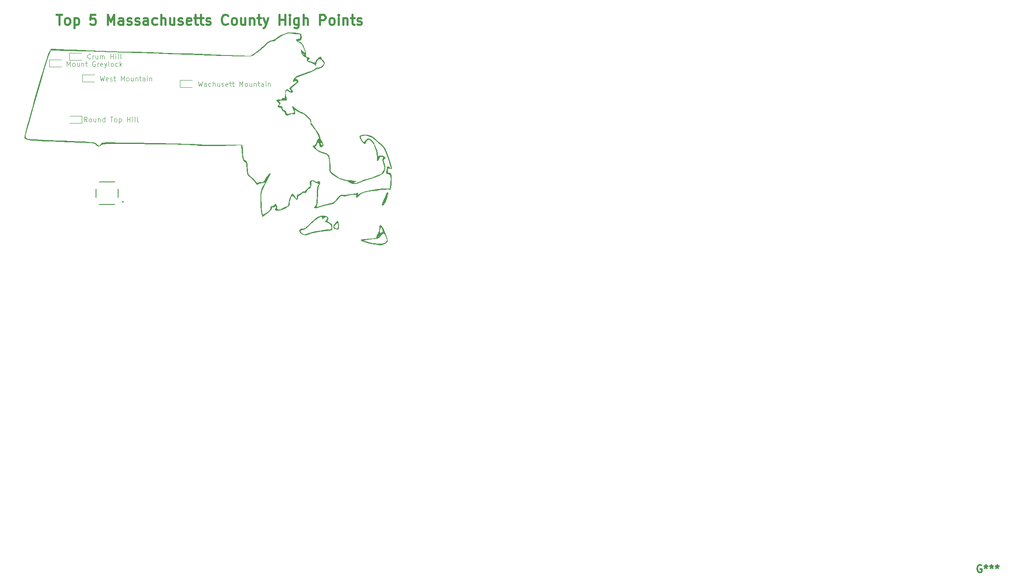
<source format=gbr>
%TF.GenerationSoftware,KiCad,Pcbnew,9.0.2*%
%TF.CreationDate,2025-08-08T14:56:36-04:00*%
%TF.ProjectId,Massachusetts,4d617373-6163-4687-9573-657474732e6b,0*%
%TF.SameCoordinates,Original*%
%TF.FileFunction,Legend,Top*%
%TF.FilePolarity,Positive*%
%FSLAX46Y46*%
G04 Gerber Fmt 4.6, Leading zero omitted, Abs format (unit mm)*
G04 Created by KiCad (PCBNEW 9.0.2) date 2025-08-08 14:56:36*
%MOMM*%
%LPD*%
G01*
G04 APERTURE LIST*
%ADD10C,0.100000*%
%ADD11C,0.400000*%
%ADD12C,0.300000*%
%ADD13C,0.127000*%
%ADD14C,0.200000*%
%ADD15C,0.120000*%
%ADD16C,0.000000*%
G04 APERTURE END LIST*
D10*
X138375312Y-116072419D02*
X138041979Y-115596228D01*
X137803884Y-116072419D02*
X137803884Y-115072419D01*
X137803884Y-115072419D02*
X138184836Y-115072419D01*
X138184836Y-115072419D02*
X138280074Y-115120038D01*
X138280074Y-115120038D02*
X138327693Y-115167657D01*
X138327693Y-115167657D02*
X138375312Y-115262895D01*
X138375312Y-115262895D02*
X138375312Y-115405752D01*
X138375312Y-115405752D02*
X138327693Y-115500990D01*
X138327693Y-115500990D02*
X138280074Y-115548609D01*
X138280074Y-115548609D02*
X138184836Y-115596228D01*
X138184836Y-115596228D02*
X137803884Y-115596228D01*
X138946741Y-116072419D02*
X138851503Y-116024800D01*
X138851503Y-116024800D02*
X138803884Y-115977180D01*
X138803884Y-115977180D02*
X138756265Y-115881942D01*
X138756265Y-115881942D02*
X138756265Y-115596228D01*
X138756265Y-115596228D02*
X138803884Y-115500990D01*
X138803884Y-115500990D02*
X138851503Y-115453371D01*
X138851503Y-115453371D02*
X138946741Y-115405752D01*
X138946741Y-115405752D02*
X139089598Y-115405752D01*
X139089598Y-115405752D02*
X139184836Y-115453371D01*
X139184836Y-115453371D02*
X139232455Y-115500990D01*
X139232455Y-115500990D02*
X139280074Y-115596228D01*
X139280074Y-115596228D02*
X139280074Y-115881942D01*
X139280074Y-115881942D02*
X139232455Y-115977180D01*
X139232455Y-115977180D02*
X139184836Y-116024800D01*
X139184836Y-116024800D02*
X139089598Y-116072419D01*
X139089598Y-116072419D02*
X138946741Y-116072419D01*
X140137217Y-115405752D02*
X140137217Y-116072419D01*
X139708646Y-115405752D02*
X139708646Y-115929561D01*
X139708646Y-115929561D02*
X139756265Y-116024800D01*
X139756265Y-116024800D02*
X139851503Y-116072419D01*
X139851503Y-116072419D02*
X139994360Y-116072419D01*
X139994360Y-116072419D02*
X140089598Y-116024800D01*
X140089598Y-116024800D02*
X140137217Y-115977180D01*
X140613408Y-115405752D02*
X140613408Y-116072419D01*
X140613408Y-115500990D02*
X140661027Y-115453371D01*
X140661027Y-115453371D02*
X140756265Y-115405752D01*
X140756265Y-115405752D02*
X140899122Y-115405752D01*
X140899122Y-115405752D02*
X140994360Y-115453371D01*
X140994360Y-115453371D02*
X141041979Y-115548609D01*
X141041979Y-115548609D02*
X141041979Y-116072419D01*
X141946741Y-116072419D02*
X141946741Y-115072419D01*
X141946741Y-116024800D02*
X141851503Y-116072419D01*
X141851503Y-116072419D02*
X141661027Y-116072419D01*
X141661027Y-116072419D02*
X141565789Y-116024800D01*
X141565789Y-116024800D02*
X141518170Y-115977180D01*
X141518170Y-115977180D02*
X141470551Y-115881942D01*
X141470551Y-115881942D02*
X141470551Y-115596228D01*
X141470551Y-115596228D02*
X141518170Y-115500990D01*
X141518170Y-115500990D02*
X141565789Y-115453371D01*
X141565789Y-115453371D02*
X141661027Y-115405752D01*
X141661027Y-115405752D02*
X141851503Y-115405752D01*
X141851503Y-115405752D02*
X141946741Y-115453371D01*
X143041980Y-115072419D02*
X143613408Y-115072419D01*
X143327694Y-116072419D02*
X143327694Y-115072419D01*
X144089599Y-116072419D02*
X143994361Y-116024800D01*
X143994361Y-116024800D02*
X143946742Y-115977180D01*
X143946742Y-115977180D02*
X143899123Y-115881942D01*
X143899123Y-115881942D02*
X143899123Y-115596228D01*
X143899123Y-115596228D02*
X143946742Y-115500990D01*
X143946742Y-115500990D02*
X143994361Y-115453371D01*
X143994361Y-115453371D02*
X144089599Y-115405752D01*
X144089599Y-115405752D02*
X144232456Y-115405752D01*
X144232456Y-115405752D02*
X144327694Y-115453371D01*
X144327694Y-115453371D02*
X144375313Y-115500990D01*
X144375313Y-115500990D02*
X144422932Y-115596228D01*
X144422932Y-115596228D02*
X144422932Y-115881942D01*
X144422932Y-115881942D02*
X144375313Y-115977180D01*
X144375313Y-115977180D02*
X144327694Y-116024800D01*
X144327694Y-116024800D02*
X144232456Y-116072419D01*
X144232456Y-116072419D02*
X144089599Y-116072419D01*
X144851504Y-115405752D02*
X144851504Y-116405752D01*
X144851504Y-115453371D02*
X144946742Y-115405752D01*
X144946742Y-115405752D02*
X145137218Y-115405752D01*
X145137218Y-115405752D02*
X145232456Y-115453371D01*
X145232456Y-115453371D02*
X145280075Y-115500990D01*
X145280075Y-115500990D02*
X145327694Y-115596228D01*
X145327694Y-115596228D02*
X145327694Y-115881942D01*
X145327694Y-115881942D02*
X145280075Y-115977180D01*
X145280075Y-115977180D02*
X145232456Y-116024800D01*
X145232456Y-116024800D02*
X145137218Y-116072419D01*
X145137218Y-116072419D02*
X144946742Y-116072419D01*
X144946742Y-116072419D02*
X144851504Y-116024800D01*
X146518171Y-116072419D02*
X146518171Y-115072419D01*
X146518171Y-115548609D02*
X147089599Y-115548609D01*
X147089599Y-116072419D02*
X147089599Y-115072419D01*
X147565790Y-116072419D02*
X147565790Y-115405752D01*
X147565790Y-115072419D02*
X147518171Y-115120038D01*
X147518171Y-115120038D02*
X147565790Y-115167657D01*
X147565790Y-115167657D02*
X147613409Y-115120038D01*
X147613409Y-115120038D02*
X147565790Y-115072419D01*
X147565790Y-115072419D02*
X147565790Y-115167657D01*
X148184837Y-116072419D02*
X148089599Y-116024800D01*
X148089599Y-116024800D02*
X148041980Y-115929561D01*
X148041980Y-115929561D02*
X148041980Y-115072419D01*
X148708647Y-116072419D02*
X148613409Y-116024800D01*
X148613409Y-116024800D02*
X148565790Y-115929561D01*
X148565790Y-115929561D02*
X148565790Y-115072419D01*
X160908646Y-107872419D02*
X161146741Y-108872419D01*
X161146741Y-108872419D02*
X161337217Y-108158133D01*
X161337217Y-108158133D02*
X161527693Y-108872419D01*
X161527693Y-108872419D02*
X161765789Y-107872419D01*
X162575312Y-108872419D02*
X162575312Y-108348609D01*
X162575312Y-108348609D02*
X162527693Y-108253371D01*
X162527693Y-108253371D02*
X162432455Y-108205752D01*
X162432455Y-108205752D02*
X162241979Y-108205752D01*
X162241979Y-108205752D02*
X162146741Y-108253371D01*
X162575312Y-108824800D02*
X162480074Y-108872419D01*
X162480074Y-108872419D02*
X162241979Y-108872419D01*
X162241979Y-108872419D02*
X162146741Y-108824800D01*
X162146741Y-108824800D02*
X162099122Y-108729561D01*
X162099122Y-108729561D02*
X162099122Y-108634323D01*
X162099122Y-108634323D02*
X162146741Y-108539085D01*
X162146741Y-108539085D02*
X162241979Y-108491466D01*
X162241979Y-108491466D02*
X162480074Y-108491466D01*
X162480074Y-108491466D02*
X162575312Y-108443847D01*
X163480074Y-108824800D02*
X163384836Y-108872419D01*
X163384836Y-108872419D02*
X163194360Y-108872419D01*
X163194360Y-108872419D02*
X163099122Y-108824800D01*
X163099122Y-108824800D02*
X163051503Y-108777180D01*
X163051503Y-108777180D02*
X163003884Y-108681942D01*
X163003884Y-108681942D02*
X163003884Y-108396228D01*
X163003884Y-108396228D02*
X163051503Y-108300990D01*
X163051503Y-108300990D02*
X163099122Y-108253371D01*
X163099122Y-108253371D02*
X163194360Y-108205752D01*
X163194360Y-108205752D02*
X163384836Y-108205752D01*
X163384836Y-108205752D02*
X163480074Y-108253371D01*
X163908646Y-108872419D02*
X163908646Y-107872419D01*
X164337217Y-108872419D02*
X164337217Y-108348609D01*
X164337217Y-108348609D02*
X164289598Y-108253371D01*
X164289598Y-108253371D02*
X164194360Y-108205752D01*
X164194360Y-108205752D02*
X164051503Y-108205752D01*
X164051503Y-108205752D02*
X163956265Y-108253371D01*
X163956265Y-108253371D02*
X163908646Y-108300990D01*
X165241979Y-108205752D02*
X165241979Y-108872419D01*
X164813408Y-108205752D02*
X164813408Y-108729561D01*
X164813408Y-108729561D02*
X164861027Y-108824800D01*
X164861027Y-108824800D02*
X164956265Y-108872419D01*
X164956265Y-108872419D02*
X165099122Y-108872419D01*
X165099122Y-108872419D02*
X165194360Y-108824800D01*
X165194360Y-108824800D02*
X165241979Y-108777180D01*
X165670551Y-108824800D02*
X165765789Y-108872419D01*
X165765789Y-108872419D02*
X165956265Y-108872419D01*
X165956265Y-108872419D02*
X166051503Y-108824800D01*
X166051503Y-108824800D02*
X166099122Y-108729561D01*
X166099122Y-108729561D02*
X166099122Y-108681942D01*
X166099122Y-108681942D02*
X166051503Y-108586704D01*
X166051503Y-108586704D02*
X165956265Y-108539085D01*
X165956265Y-108539085D02*
X165813408Y-108539085D01*
X165813408Y-108539085D02*
X165718170Y-108491466D01*
X165718170Y-108491466D02*
X165670551Y-108396228D01*
X165670551Y-108396228D02*
X165670551Y-108348609D01*
X165670551Y-108348609D02*
X165718170Y-108253371D01*
X165718170Y-108253371D02*
X165813408Y-108205752D01*
X165813408Y-108205752D02*
X165956265Y-108205752D01*
X165956265Y-108205752D02*
X166051503Y-108253371D01*
X166908646Y-108824800D02*
X166813408Y-108872419D01*
X166813408Y-108872419D02*
X166622932Y-108872419D01*
X166622932Y-108872419D02*
X166527694Y-108824800D01*
X166527694Y-108824800D02*
X166480075Y-108729561D01*
X166480075Y-108729561D02*
X166480075Y-108348609D01*
X166480075Y-108348609D02*
X166527694Y-108253371D01*
X166527694Y-108253371D02*
X166622932Y-108205752D01*
X166622932Y-108205752D02*
X166813408Y-108205752D01*
X166813408Y-108205752D02*
X166908646Y-108253371D01*
X166908646Y-108253371D02*
X166956265Y-108348609D01*
X166956265Y-108348609D02*
X166956265Y-108443847D01*
X166956265Y-108443847D02*
X166480075Y-108539085D01*
X167241980Y-108205752D02*
X167622932Y-108205752D01*
X167384837Y-107872419D02*
X167384837Y-108729561D01*
X167384837Y-108729561D02*
X167432456Y-108824800D01*
X167432456Y-108824800D02*
X167527694Y-108872419D01*
X167527694Y-108872419D02*
X167622932Y-108872419D01*
X167813409Y-108205752D02*
X168194361Y-108205752D01*
X167956266Y-107872419D02*
X167956266Y-108729561D01*
X167956266Y-108729561D02*
X168003885Y-108824800D01*
X168003885Y-108824800D02*
X168099123Y-108872419D01*
X168099123Y-108872419D02*
X168194361Y-108872419D01*
X169289600Y-108872419D02*
X169289600Y-107872419D01*
X169289600Y-107872419D02*
X169622933Y-108586704D01*
X169622933Y-108586704D02*
X169956266Y-107872419D01*
X169956266Y-107872419D02*
X169956266Y-108872419D01*
X170575314Y-108872419D02*
X170480076Y-108824800D01*
X170480076Y-108824800D02*
X170432457Y-108777180D01*
X170432457Y-108777180D02*
X170384838Y-108681942D01*
X170384838Y-108681942D02*
X170384838Y-108396228D01*
X170384838Y-108396228D02*
X170432457Y-108300990D01*
X170432457Y-108300990D02*
X170480076Y-108253371D01*
X170480076Y-108253371D02*
X170575314Y-108205752D01*
X170575314Y-108205752D02*
X170718171Y-108205752D01*
X170718171Y-108205752D02*
X170813409Y-108253371D01*
X170813409Y-108253371D02*
X170861028Y-108300990D01*
X170861028Y-108300990D02*
X170908647Y-108396228D01*
X170908647Y-108396228D02*
X170908647Y-108681942D01*
X170908647Y-108681942D02*
X170861028Y-108777180D01*
X170861028Y-108777180D02*
X170813409Y-108824800D01*
X170813409Y-108824800D02*
X170718171Y-108872419D01*
X170718171Y-108872419D02*
X170575314Y-108872419D01*
X171765790Y-108205752D02*
X171765790Y-108872419D01*
X171337219Y-108205752D02*
X171337219Y-108729561D01*
X171337219Y-108729561D02*
X171384838Y-108824800D01*
X171384838Y-108824800D02*
X171480076Y-108872419D01*
X171480076Y-108872419D02*
X171622933Y-108872419D01*
X171622933Y-108872419D02*
X171718171Y-108824800D01*
X171718171Y-108824800D02*
X171765790Y-108777180D01*
X172241981Y-108205752D02*
X172241981Y-108872419D01*
X172241981Y-108300990D02*
X172289600Y-108253371D01*
X172289600Y-108253371D02*
X172384838Y-108205752D01*
X172384838Y-108205752D02*
X172527695Y-108205752D01*
X172527695Y-108205752D02*
X172622933Y-108253371D01*
X172622933Y-108253371D02*
X172670552Y-108348609D01*
X172670552Y-108348609D02*
X172670552Y-108872419D01*
X173003886Y-108205752D02*
X173384838Y-108205752D01*
X173146743Y-107872419D02*
X173146743Y-108729561D01*
X173146743Y-108729561D02*
X173194362Y-108824800D01*
X173194362Y-108824800D02*
X173289600Y-108872419D01*
X173289600Y-108872419D02*
X173384838Y-108872419D01*
X174146743Y-108872419D02*
X174146743Y-108348609D01*
X174146743Y-108348609D02*
X174099124Y-108253371D01*
X174099124Y-108253371D02*
X174003886Y-108205752D01*
X174003886Y-108205752D02*
X173813410Y-108205752D01*
X173813410Y-108205752D02*
X173718172Y-108253371D01*
X174146743Y-108824800D02*
X174051505Y-108872419D01*
X174051505Y-108872419D02*
X173813410Y-108872419D01*
X173813410Y-108872419D02*
X173718172Y-108824800D01*
X173718172Y-108824800D02*
X173670553Y-108729561D01*
X173670553Y-108729561D02*
X173670553Y-108634323D01*
X173670553Y-108634323D02*
X173718172Y-108539085D01*
X173718172Y-108539085D02*
X173813410Y-108491466D01*
X173813410Y-108491466D02*
X174051505Y-108491466D01*
X174051505Y-108491466D02*
X174146743Y-108443847D01*
X174622934Y-108872419D02*
X174622934Y-108205752D01*
X174622934Y-107872419D02*
X174575315Y-107920038D01*
X174575315Y-107920038D02*
X174622934Y-107967657D01*
X174622934Y-107967657D02*
X174670553Y-107920038D01*
X174670553Y-107920038D02*
X174622934Y-107872419D01*
X174622934Y-107872419D02*
X174622934Y-107967657D01*
X175099124Y-108205752D02*
X175099124Y-108872419D01*
X175099124Y-108300990D02*
X175146743Y-108253371D01*
X175146743Y-108253371D02*
X175241981Y-108205752D01*
X175241981Y-108205752D02*
X175384838Y-108205752D01*
X175384838Y-108205752D02*
X175480076Y-108253371D01*
X175480076Y-108253371D02*
X175527695Y-108348609D01*
X175527695Y-108348609D02*
X175527695Y-108872419D01*
D11*
X132153633Y-94334438D02*
X133296490Y-94334438D01*
X132725061Y-96334438D02*
X132725061Y-94334438D01*
X134248871Y-96334438D02*
X134058395Y-96239200D01*
X134058395Y-96239200D02*
X133963157Y-96143961D01*
X133963157Y-96143961D02*
X133867919Y-95953485D01*
X133867919Y-95953485D02*
X133867919Y-95382057D01*
X133867919Y-95382057D02*
X133963157Y-95191580D01*
X133963157Y-95191580D02*
X134058395Y-95096342D01*
X134058395Y-95096342D02*
X134248871Y-95001104D01*
X134248871Y-95001104D02*
X134534586Y-95001104D01*
X134534586Y-95001104D02*
X134725062Y-95096342D01*
X134725062Y-95096342D02*
X134820300Y-95191580D01*
X134820300Y-95191580D02*
X134915538Y-95382057D01*
X134915538Y-95382057D02*
X134915538Y-95953485D01*
X134915538Y-95953485D02*
X134820300Y-96143961D01*
X134820300Y-96143961D02*
X134725062Y-96239200D01*
X134725062Y-96239200D02*
X134534586Y-96334438D01*
X134534586Y-96334438D02*
X134248871Y-96334438D01*
X135772681Y-95001104D02*
X135772681Y-97001104D01*
X135772681Y-95096342D02*
X135963157Y-95001104D01*
X135963157Y-95001104D02*
X136344110Y-95001104D01*
X136344110Y-95001104D02*
X136534586Y-95096342D01*
X136534586Y-95096342D02*
X136629824Y-95191580D01*
X136629824Y-95191580D02*
X136725062Y-95382057D01*
X136725062Y-95382057D02*
X136725062Y-95953485D01*
X136725062Y-95953485D02*
X136629824Y-96143961D01*
X136629824Y-96143961D02*
X136534586Y-96239200D01*
X136534586Y-96239200D02*
X136344110Y-96334438D01*
X136344110Y-96334438D02*
X135963157Y-96334438D01*
X135963157Y-96334438D02*
X135772681Y-96239200D01*
X140058396Y-94334438D02*
X139106015Y-94334438D01*
X139106015Y-94334438D02*
X139010777Y-95286819D01*
X139010777Y-95286819D02*
X139106015Y-95191580D01*
X139106015Y-95191580D02*
X139296491Y-95096342D01*
X139296491Y-95096342D02*
X139772682Y-95096342D01*
X139772682Y-95096342D02*
X139963158Y-95191580D01*
X139963158Y-95191580D02*
X140058396Y-95286819D01*
X140058396Y-95286819D02*
X140153634Y-95477295D01*
X140153634Y-95477295D02*
X140153634Y-95953485D01*
X140153634Y-95953485D02*
X140058396Y-96143961D01*
X140058396Y-96143961D02*
X139963158Y-96239200D01*
X139963158Y-96239200D02*
X139772682Y-96334438D01*
X139772682Y-96334438D02*
X139296491Y-96334438D01*
X139296491Y-96334438D02*
X139106015Y-96239200D01*
X139106015Y-96239200D02*
X139010777Y-96143961D01*
X142534587Y-96334438D02*
X142534587Y-94334438D01*
X142534587Y-94334438D02*
X143201254Y-95763009D01*
X143201254Y-95763009D02*
X143867920Y-94334438D01*
X143867920Y-94334438D02*
X143867920Y-96334438D01*
X145677444Y-96334438D02*
X145677444Y-95286819D01*
X145677444Y-95286819D02*
X145582206Y-95096342D01*
X145582206Y-95096342D02*
X145391730Y-95001104D01*
X145391730Y-95001104D02*
X145010777Y-95001104D01*
X145010777Y-95001104D02*
X144820301Y-95096342D01*
X145677444Y-96239200D02*
X145486968Y-96334438D01*
X145486968Y-96334438D02*
X145010777Y-96334438D01*
X145010777Y-96334438D02*
X144820301Y-96239200D01*
X144820301Y-96239200D02*
X144725063Y-96048723D01*
X144725063Y-96048723D02*
X144725063Y-95858247D01*
X144725063Y-95858247D02*
X144820301Y-95667771D01*
X144820301Y-95667771D02*
X145010777Y-95572533D01*
X145010777Y-95572533D02*
X145486968Y-95572533D01*
X145486968Y-95572533D02*
X145677444Y-95477295D01*
X146534587Y-96239200D02*
X146725063Y-96334438D01*
X146725063Y-96334438D02*
X147106015Y-96334438D01*
X147106015Y-96334438D02*
X147296492Y-96239200D01*
X147296492Y-96239200D02*
X147391730Y-96048723D01*
X147391730Y-96048723D02*
X147391730Y-95953485D01*
X147391730Y-95953485D02*
X147296492Y-95763009D01*
X147296492Y-95763009D02*
X147106015Y-95667771D01*
X147106015Y-95667771D02*
X146820301Y-95667771D01*
X146820301Y-95667771D02*
X146629825Y-95572533D01*
X146629825Y-95572533D02*
X146534587Y-95382057D01*
X146534587Y-95382057D02*
X146534587Y-95286819D01*
X146534587Y-95286819D02*
X146629825Y-95096342D01*
X146629825Y-95096342D02*
X146820301Y-95001104D01*
X146820301Y-95001104D02*
X147106015Y-95001104D01*
X147106015Y-95001104D02*
X147296492Y-95096342D01*
X148153635Y-96239200D02*
X148344111Y-96334438D01*
X148344111Y-96334438D02*
X148725063Y-96334438D01*
X148725063Y-96334438D02*
X148915540Y-96239200D01*
X148915540Y-96239200D02*
X149010778Y-96048723D01*
X149010778Y-96048723D02*
X149010778Y-95953485D01*
X149010778Y-95953485D02*
X148915540Y-95763009D01*
X148915540Y-95763009D02*
X148725063Y-95667771D01*
X148725063Y-95667771D02*
X148439349Y-95667771D01*
X148439349Y-95667771D02*
X148248873Y-95572533D01*
X148248873Y-95572533D02*
X148153635Y-95382057D01*
X148153635Y-95382057D02*
X148153635Y-95286819D01*
X148153635Y-95286819D02*
X148248873Y-95096342D01*
X148248873Y-95096342D02*
X148439349Y-95001104D01*
X148439349Y-95001104D02*
X148725063Y-95001104D01*
X148725063Y-95001104D02*
X148915540Y-95096342D01*
X150725064Y-96334438D02*
X150725064Y-95286819D01*
X150725064Y-95286819D02*
X150629826Y-95096342D01*
X150629826Y-95096342D02*
X150439350Y-95001104D01*
X150439350Y-95001104D02*
X150058397Y-95001104D01*
X150058397Y-95001104D02*
X149867921Y-95096342D01*
X150725064Y-96239200D02*
X150534588Y-96334438D01*
X150534588Y-96334438D02*
X150058397Y-96334438D01*
X150058397Y-96334438D02*
X149867921Y-96239200D01*
X149867921Y-96239200D02*
X149772683Y-96048723D01*
X149772683Y-96048723D02*
X149772683Y-95858247D01*
X149772683Y-95858247D02*
X149867921Y-95667771D01*
X149867921Y-95667771D02*
X150058397Y-95572533D01*
X150058397Y-95572533D02*
X150534588Y-95572533D01*
X150534588Y-95572533D02*
X150725064Y-95477295D01*
X152534588Y-96239200D02*
X152344112Y-96334438D01*
X152344112Y-96334438D02*
X151963159Y-96334438D01*
X151963159Y-96334438D02*
X151772683Y-96239200D01*
X151772683Y-96239200D02*
X151677445Y-96143961D01*
X151677445Y-96143961D02*
X151582207Y-95953485D01*
X151582207Y-95953485D02*
X151582207Y-95382057D01*
X151582207Y-95382057D02*
X151677445Y-95191580D01*
X151677445Y-95191580D02*
X151772683Y-95096342D01*
X151772683Y-95096342D02*
X151963159Y-95001104D01*
X151963159Y-95001104D02*
X152344112Y-95001104D01*
X152344112Y-95001104D02*
X152534588Y-95096342D01*
X153391731Y-96334438D02*
X153391731Y-94334438D01*
X154248874Y-96334438D02*
X154248874Y-95286819D01*
X154248874Y-95286819D02*
X154153636Y-95096342D01*
X154153636Y-95096342D02*
X153963160Y-95001104D01*
X153963160Y-95001104D02*
X153677445Y-95001104D01*
X153677445Y-95001104D02*
X153486969Y-95096342D01*
X153486969Y-95096342D02*
X153391731Y-95191580D01*
X156058398Y-95001104D02*
X156058398Y-96334438D01*
X155201255Y-95001104D02*
X155201255Y-96048723D01*
X155201255Y-96048723D02*
X155296493Y-96239200D01*
X155296493Y-96239200D02*
X155486969Y-96334438D01*
X155486969Y-96334438D02*
X155772684Y-96334438D01*
X155772684Y-96334438D02*
X155963160Y-96239200D01*
X155963160Y-96239200D02*
X156058398Y-96143961D01*
X156915541Y-96239200D02*
X157106017Y-96334438D01*
X157106017Y-96334438D02*
X157486969Y-96334438D01*
X157486969Y-96334438D02*
X157677446Y-96239200D01*
X157677446Y-96239200D02*
X157772684Y-96048723D01*
X157772684Y-96048723D02*
X157772684Y-95953485D01*
X157772684Y-95953485D02*
X157677446Y-95763009D01*
X157677446Y-95763009D02*
X157486969Y-95667771D01*
X157486969Y-95667771D02*
X157201255Y-95667771D01*
X157201255Y-95667771D02*
X157010779Y-95572533D01*
X157010779Y-95572533D02*
X156915541Y-95382057D01*
X156915541Y-95382057D02*
X156915541Y-95286819D01*
X156915541Y-95286819D02*
X157010779Y-95096342D01*
X157010779Y-95096342D02*
X157201255Y-95001104D01*
X157201255Y-95001104D02*
X157486969Y-95001104D01*
X157486969Y-95001104D02*
X157677446Y-95096342D01*
X159391732Y-96239200D02*
X159201256Y-96334438D01*
X159201256Y-96334438D02*
X158820303Y-96334438D01*
X158820303Y-96334438D02*
X158629827Y-96239200D01*
X158629827Y-96239200D02*
X158534589Y-96048723D01*
X158534589Y-96048723D02*
X158534589Y-95286819D01*
X158534589Y-95286819D02*
X158629827Y-95096342D01*
X158629827Y-95096342D02*
X158820303Y-95001104D01*
X158820303Y-95001104D02*
X159201256Y-95001104D01*
X159201256Y-95001104D02*
X159391732Y-95096342D01*
X159391732Y-95096342D02*
X159486970Y-95286819D01*
X159486970Y-95286819D02*
X159486970Y-95477295D01*
X159486970Y-95477295D02*
X158534589Y-95667771D01*
X160058399Y-95001104D02*
X160820303Y-95001104D01*
X160344113Y-94334438D02*
X160344113Y-96048723D01*
X160344113Y-96048723D02*
X160439351Y-96239200D01*
X160439351Y-96239200D02*
X160629827Y-96334438D01*
X160629827Y-96334438D02*
X160820303Y-96334438D01*
X161201256Y-95001104D02*
X161963160Y-95001104D01*
X161486970Y-94334438D02*
X161486970Y-96048723D01*
X161486970Y-96048723D02*
X161582208Y-96239200D01*
X161582208Y-96239200D02*
X161772684Y-96334438D01*
X161772684Y-96334438D02*
X161963160Y-96334438D01*
X162534589Y-96239200D02*
X162725065Y-96334438D01*
X162725065Y-96334438D02*
X163106017Y-96334438D01*
X163106017Y-96334438D02*
X163296494Y-96239200D01*
X163296494Y-96239200D02*
X163391732Y-96048723D01*
X163391732Y-96048723D02*
X163391732Y-95953485D01*
X163391732Y-95953485D02*
X163296494Y-95763009D01*
X163296494Y-95763009D02*
X163106017Y-95667771D01*
X163106017Y-95667771D02*
X162820303Y-95667771D01*
X162820303Y-95667771D02*
X162629827Y-95572533D01*
X162629827Y-95572533D02*
X162534589Y-95382057D01*
X162534589Y-95382057D02*
X162534589Y-95286819D01*
X162534589Y-95286819D02*
X162629827Y-95096342D01*
X162629827Y-95096342D02*
X162820303Y-95001104D01*
X162820303Y-95001104D02*
X163106017Y-95001104D01*
X163106017Y-95001104D02*
X163296494Y-95096342D01*
X166915542Y-96143961D02*
X166820304Y-96239200D01*
X166820304Y-96239200D02*
X166534590Y-96334438D01*
X166534590Y-96334438D02*
X166344114Y-96334438D01*
X166344114Y-96334438D02*
X166058399Y-96239200D01*
X166058399Y-96239200D02*
X165867923Y-96048723D01*
X165867923Y-96048723D02*
X165772685Y-95858247D01*
X165772685Y-95858247D02*
X165677447Y-95477295D01*
X165677447Y-95477295D02*
X165677447Y-95191580D01*
X165677447Y-95191580D02*
X165772685Y-94810628D01*
X165772685Y-94810628D02*
X165867923Y-94620152D01*
X165867923Y-94620152D02*
X166058399Y-94429676D01*
X166058399Y-94429676D02*
X166344114Y-94334438D01*
X166344114Y-94334438D02*
X166534590Y-94334438D01*
X166534590Y-94334438D02*
X166820304Y-94429676D01*
X166820304Y-94429676D02*
X166915542Y-94524914D01*
X168058399Y-96334438D02*
X167867923Y-96239200D01*
X167867923Y-96239200D02*
X167772685Y-96143961D01*
X167772685Y-96143961D02*
X167677447Y-95953485D01*
X167677447Y-95953485D02*
X167677447Y-95382057D01*
X167677447Y-95382057D02*
X167772685Y-95191580D01*
X167772685Y-95191580D02*
X167867923Y-95096342D01*
X167867923Y-95096342D02*
X168058399Y-95001104D01*
X168058399Y-95001104D02*
X168344114Y-95001104D01*
X168344114Y-95001104D02*
X168534590Y-95096342D01*
X168534590Y-95096342D02*
X168629828Y-95191580D01*
X168629828Y-95191580D02*
X168725066Y-95382057D01*
X168725066Y-95382057D02*
X168725066Y-95953485D01*
X168725066Y-95953485D02*
X168629828Y-96143961D01*
X168629828Y-96143961D02*
X168534590Y-96239200D01*
X168534590Y-96239200D02*
X168344114Y-96334438D01*
X168344114Y-96334438D02*
X168058399Y-96334438D01*
X170439352Y-95001104D02*
X170439352Y-96334438D01*
X169582209Y-95001104D02*
X169582209Y-96048723D01*
X169582209Y-96048723D02*
X169677447Y-96239200D01*
X169677447Y-96239200D02*
X169867923Y-96334438D01*
X169867923Y-96334438D02*
X170153638Y-96334438D01*
X170153638Y-96334438D02*
X170344114Y-96239200D01*
X170344114Y-96239200D02*
X170439352Y-96143961D01*
X171391733Y-95001104D02*
X171391733Y-96334438D01*
X171391733Y-95191580D02*
X171486971Y-95096342D01*
X171486971Y-95096342D02*
X171677447Y-95001104D01*
X171677447Y-95001104D02*
X171963162Y-95001104D01*
X171963162Y-95001104D02*
X172153638Y-95096342D01*
X172153638Y-95096342D02*
X172248876Y-95286819D01*
X172248876Y-95286819D02*
X172248876Y-96334438D01*
X172915543Y-95001104D02*
X173677447Y-95001104D01*
X173201257Y-94334438D02*
X173201257Y-96048723D01*
X173201257Y-96048723D02*
X173296495Y-96239200D01*
X173296495Y-96239200D02*
X173486971Y-96334438D01*
X173486971Y-96334438D02*
X173677447Y-96334438D01*
X174153638Y-95001104D02*
X174629828Y-96334438D01*
X175106019Y-95001104D02*
X174629828Y-96334438D01*
X174629828Y-96334438D02*
X174439352Y-96810628D01*
X174439352Y-96810628D02*
X174344114Y-96905866D01*
X174344114Y-96905866D02*
X174153638Y-97001104D01*
X177391734Y-96334438D02*
X177391734Y-94334438D01*
X177391734Y-95286819D02*
X178534591Y-95286819D01*
X178534591Y-96334438D02*
X178534591Y-94334438D01*
X179486972Y-96334438D02*
X179486972Y-95001104D01*
X179486972Y-94334438D02*
X179391734Y-94429676D01*
X179391734Y-94429676D02*
X179486972Y-94524914D01*
X179486972Y-94524914D02*
X179582210Y-94429676D01*
X179582210Y-94429676D02*
X179486972Y-94334438D01*
X179486972Y-94334438D02*
X179486972Y-94524914D01*
X181296496Y-95001104D02*
X181296496Y-96620152D01*
X181296496Y-96620152D02*
X181201258Y-96810628D01*
X181201258Y-96810628D02*
X181106020Y-96905866D01*
X181106020Y-96905866D02*
X180915543Y-97001104D01*
X180915543Y-97001104D02*
X180629829Y-97001104D01*
X180629829Y-97001104D02*
X180439353Y-96905866D01*
X181296496Y-96239200D02*
X181106020Y-96334438D01*
X181106020Y-96334438D02*
X180725067Y-96334438D01*
X180725067Y-96334438D02*
X180534591Y-96239200D01*
X180534591Y-96239200D02*
X180439353Y-96143961D01*
X180439353Y-96143961D02*
X180344115Y-95953485D01*
X180344115Y-95953485D02*
X180344115Y-95382057D01*
X180344115Y-95382057D02*
X180439353Y-95191580D01*
X180439353Y-95191580D02*
X180534591Y-95096342D01*
X180534591Y-95096342D02*
X180725067Y-95001104D01*
X180725067Y-95001104D02*
X181106020Y-95001104D01*
X181106020Y-95001104D02*
X181296496Y-95096342D01*
X182248877Y-96334438D02*
X182248877Y-94334438D01*
X183106020Y-96334438D02*
X183106020Y-95286819D01*
X183106020Y-95286819D02*
X183010782Y-95096342D01*
X183010782Y-95096342D02*
X182820306Y-95001104D01*
X182820306Y-95001104D02*
X182534591Y-95001104D01*
X182534591Y-95001104D02*
X182344115Y-95096342D01*
X182344115Y-95096342D02*
X182248877Y-95191580D01*
X185582211Y-96334438D02*
X185582211Y-94334438D01*
X185582211Y-94334438D02*
X186344116Y-94334438D01*
X186344116Y-94334438D02*
X186534592Y-94429676D01*
X186534592Y-94429676D02*
X186629830Y-94524914D01*
X186629830Y-94524914D02*
X186725068Y-94715390D01*
X186725068Y-94715390D02*
X186725068Y-95001104D01*
X186725068Y-95001104D02*
X186629830Y-95191580D01*
X186629830Y-95191580D02*
X186534592Y-95286819D01*
X186534592Y-95286819D02*
X186344116Y-95382057D01*
X186344116Y-95382057D02*
X185582211Y-95382057D01*
X187867925Y-96334438D02*
X187677449Y-96239200D01*
X187677449Y-96239200D02*
X187582211Y-96143961D01*
X187582211Y-96143961D02*
X187486973Y-95953485D01*
X187486973Y-95953485D02*
X187486973Y-95382057D01*
X187486973Y-95382057D02*
X187582211Y-95191580D01*
X187582211Y-95191580D02*
X187677449Y-95096342D01*
X187677449Y-95096342D02*
X187867925Y-95001104D01*
X187867925Y-95001104D02*
X188153640Y-95001104D01*
X188153640Y-95001104D02*
X188344116Y-95096342D01*
X188344116Y-95096342D02*
X188439354Y-95191580D01*
X188439354Y-95191580D02*
X188534592Y-95382057D01*
X188534592Y-95382057D02*
X188534592Y-95953485D01*
X188534592Y-95953485D02*
X188439354Y-96143961D01*
X188439354Y-96143961D02*
X188344116Y-96239200D01*
X188344116Y-96239200D02*
X188153640Y-96334438D01*
X188153640Y-96334438D02*
X187867925Y-96334438D01*
X189391735Y-96334438D02*
X189391735Y-95001104D01*
X189391735Y-94334438D02*
X189296497Y-94429676D01*
X189296497Y-94429676D02*
X189391735Y-94524914D01*
X189391735Y-94524914D02*
X189486973Y-94429676D01*
X189486973Y-94429676D02*
X189391735Y-94334438D01*
X189391735Y-94334438D02*
X189391735Y-94524914D01*
X190344116Y-95001104D02*
X190344116Y-96334438D01*
X190344116Y-95191580D02*
X190439354Y-95096342D01*
X190439354Y-95096342D02*
X190629830Y-95001104D01*
X190629830Y-95001104D02*
X190915545Y-95001104D01*
X190915545Y-95001104D02*
X191106021Y-95096342D01*
X191106021Y-95096342D02*
X191201259Y-95286819D01*
X191201259Y-95286819D02*
X191201259Y-96334438D01*
X191867926Y-95001104D02*
X192629830Y-95001104D01*
X192153640Y-94334438D02*
X192153640Y-96048723D01*
X192153640Y-96048723D02*
X192248878Y-96239200D01*
X192248878Y-96239200D02*
X192439354Y-96334438D01*
X192439354Y-96334438D02*
X192629830Y-96334438D01*
X193201259Y-96239200D02*
X193391735Y-96334438D01*
X193391735Y-96334438D02*
X193772687Y-96334438D01*
X193772687Y-96334438D02*
X193963164Y-96239200D01*
X193963164Y-96239200D02*
X194058402Y-96048723D01*
X194058402Y-96048723D02*
X194058402Y-95953485D01*
X194058402Y-95953485D02*
X193963164Y-95763009D01*
X193963164Y-95763009D02*
X193772687Y-95667771D01*
X193772687Y-95667771D02*
X193486973Y-95667771D01*
X193486973Y-95667771D02*
X193296497Y-95572533D01*
X193296497Y-95572533D02*
X193201259Y-95382057D01*
X193201259Y-95382057D02*
X193201259Y-95286819D01*
X193201259Y-95286819D02*
X193296497Y-95096342D01*
X193296497Y-95096342D02*
X193486973Y-95001104D01*
X193486973Y-95001104D02*
X193772687Y-95001104D01*
X193772687Y-95001104D02*
X193963164Y-95096342D01*
D10*
X141008646Y-106772419D02*
X141246741Y-107772419D01*
X141246741Y-107772419D02*
X141437217Y-107058133D01*
X141437217Y-107058133D02*
X141627693Y-107772419D01*
X141627693Y-107772419D02*
X141865789Y-106772419D01*
X142627693Y-107724800D02*
X142532455Y-107772419D01*
X142532455Y-107772419D02*
X142341979Y-107772419D01*
X142341979Y-107772419D02*
X142246741Y-107724800D01*
X142246741Y-107724800D02*
X142199122Y-107629561D01*
X142199122Y-107629561D02*
X142199122Y-107248609D01*
X142199122Y-107248609D02*
X142246741Y-107153371D01*
X142246741Y-107153371D02*
X142341979Y-107105752D01*
X142341979Y-107105752D02*
X142532455Y-107105752D01*
X142532455Y-107105752D02*
X142627693Y-107153371D01*
X142627693Y-107153371D02*
X142675312Y-107248609D01*
X142675312Y-107248609D02*
X142675312Y-107343847D01*
X142675312Y-107343847D02*
X142199122Y-107439085D01*
X143056265Y-107724800D02*
X143151503Y-107772419D01*
X143151503Y-107772419D02*
X143341979Y-107772419D01*
X143341979Y-107772419D02*
X143437217Y-107724800D01*
X143437217Y-107724800D02*
X143484836Y-107629561D01*
X143484836Y-107629561D02*
X143484836Y-107581942D01*
X143484836Y-107581942D02*
X143437217Y-107486704D01*
X143437217Y-107486704D02*
X143341979Y-107439085D01*
X143341979Y-107439085D02*
X143199122Y-107439085D01*
X143199122Y-107439085D02*
X143103884Y-107391466D01*
X143103884Y-107391466D02*
X143056265Y-107296228D01*
X143056265Y-107296228D02*
X143056265Y-107248609D01*
X143056265Y-107248609D02*
X143103884Y-107153371D01*
X143103884Y-107153371D02*
X143199122Y-107105752D01*
X143199122Y-107105752D02*
X143341979Y-107105752D01*
X143341979Y-107105752D02*
X143437217Y-107153371D01*
X143770551Y-107105752D02*
X144151503Y-107105752D01*
X143913408Y-106772419D02*
X143913408Y-107629561D01*
X143913408Y-107629561D02*
X143961027Y-107724800D01*
X143961027Y-107724800D02*
X144056265Y-107772419D01*
X144056265Y-107772419D02*
X144151503Y-107772419D01*
X145246742Y-107772419D02*
X145246742Y-106772419D01*
X145246742Y-106772419D02*
X145580075Y-107486704D01*
X145580075Y-107486704D02*
X145913408Y-106772419D01*
X145913408Y-106772419D02*
X145913408Y-107772419D01*
X146532456Y-107772419D02*
X146437218Y-107724800D01*
X146437218Y-107724800D02*
X146389599Y-107677180D01*
X146389599Y-107677180D02*
X146341980Y-107581942D01*
X146341980Y-107581942D02*
X146341980Y-107296228D01*
X146341980Y-107296228D02*
X146389599Y-107200990D01*
X146389599Y-107200990D02*
X146437218Y-107153371D01*
X146437218Y-107153371D02*
X146532456Y-107105752D01*
X146532456Y-107105752D02*
X146675313Y-107105752D01*
X146675313Y-107105752D02*
X146770551Y-107153371D01*
X146770551Y-107153371D02*
X146818170Y-107200990D01*
X146818170Y-107200990D02*
X146865789Y-107296228D01*
X146865789Y-107296228D02*
X146865789Y-107581942D01*
X146865789Y-107581942D02*
X146818170Y-107677180D01*
X146818170Y-107677180D02*
X146770551Y-107724800D01*
X146770551Y-107724800D02*
X146675313Y-107772419D01*
X146675313Y-107772419D02*
X146532456Y-107772419D01*
X147722932Y-107105752D02*
X147722932Y-107772419D01*
X147294361Y-107105752D02*
X147294361Y-107629561D01*
X147294361Y-107629561D02*
X147341980Y-107724800D01*
X147341980Y-107724800D02*
X147437218Y-107772419D01*
X147437218Y-107772419D02*
X147580075Y-107772419D01*
X147580075Y-107772419D02*
X147675313Y-107724800D01*
X147675313Y-107724800D02*
X147722932Y-107677180D01*
X148199123Y-107105752D02*
X148199123Y-107772419D01*
X148199123Y-107200990D02*
X148246742Y-107153371D01*
X148246742Y-107153371D02*
X148341980Y-107105752D01*
X148341980Y-107105752D02*
X148484837Y-107105752D01*
X148484837Y-107105752D02*
X148580075Y-107153371D01*
X148580075Y-107153371D02*
X148627694Y-107248609D01*
X148627694Y-107248609D02*
X148627694Y-107772419D01*
X148961028Y-107105752D02*
X149341980Y-107105752D01*
X149103885Y-106772419D02*
X149103885Y-107629561D01*
X149103885Y-107629561D02*
X149151504Y-107724800D01*
X149151504Y-107724800D02*
X149246742Y-107772419D01*
X149246742Y-107772419D02*
X149341980Y-107772419D01*
X150103885Y-107772419D02*
X150103885Y-107248609D01*
X150103885Y-107248609D02*
X150056266Y-107153371D01*
X150056266Y-107153371D02*
X149961028Y-107105752D01*
X149961028Y-107105752D02*
X149770552Y-107105752D01*
X149770552Y-107105752D02*
X149675314Y-107153371D01*
X150103885Y-107724800D02*
X150008647Y-107772419D01*
X150008647Y-107772419D02*
X149770552Y-107772419D01*
X149770552Y-107772419D02*
X149675314Y-107724800D01*
X149675314Y-107724800D02*
X149627695Y-107629561D01*
X149627695Y-107629561D02*
X149627695Y-107534323D01*
X149627695Y-107534323D02*
X149675314Y-107439085D01*
X149675314Y-107439085D02*
X149770552Y-107391466D01*
X149770552Y-107391466D02*
X150008647Y-107391466D01*
X150008647Y-107391466D02*
X150103885Y-107343847D01*
X150580076Y-107772419D02*
X150580076Y-107105752D01*
X150580076Y-106772419D02*
X150532457Y-106820038D01*
X150532457Y-106820038D02*
X150580076Y-106867657D01*
X150580076Y-106867657D02*
X150627695Y-106820038D01*
X150627695Y-106820038D02*
X150580076Y-106772419D01*
X150580076Y-106772419D02*
X150580076Y-106867657D01*
X151056266Y-107105752D02*
X151056266Y-107772419D01*
X151056266Y-107200990D02*
X151103885Y-107153371D01*
X151103885Y-107153371D02*
X151199123Y-107105752D01*
X151199123Y-107105752D02*
X151341980Y-107105752D01*
X151341980Y-107105752D02*
X151437218Y-107153371D01*
X151437218Y-107153371D02*
X151484837Y-107248609D01*
X151484837Y-107248609D02*
X151484837Y-107772419D01*
X134303884Y-104807419D02*
X134303884Y-103807419D01*
X134303884Y-103807419D02*
X134637217Y-104521704D01*
X134637217Y-104521704D02*
X134970550Y-103807419D01*
X134970550Y-103807419D02*
X134970550Y-104807419D01*
X135589598Y-104807419D02*
X135494360Y-104759800D01*
X135494360Y-104759800D02*
X135446741Y-104712180D01*
X135446741Y-104712180D02*
X135399122Y-104616942D01*
X135399122Y-104616942D02*
X135399122Y-104331228D01*
X135399122Y-104331228D02*
X135446741Y-104235990D01*
X135446741Y-104235990D02*
X135494360Y-104188371D01*
X135494360Y-104188371D02*
X135589598Y-104140752D01*
X135589598Y-104140752D02*
X135732455Y-104140752D01*
X135732455Y-104140752D02*
X135827693Y-104188371D01*
X135827693Y-104188371D02*
X135875312Y-104235990D01*
X135875312Y-104235990D02*
X135922931Y-104331228D01*
X135922931Y-104331228D02*
X135922931Y-104616942D01*
X135922931Y-104616942D02*
X135875312Y-104712180D01*
X135875312Y-104712180D02*
X135827693Y-104759800D01*
X135827693Y-104759800D02*
X135732455Y-104807419D01*
X135732455Y-104807419D02*
X135589598Y-104807419D01*
X136780074Y-104140752D02*
X136780074Y-104807419D01*
X136351503Y-104140752D02*
X136351503Y-104664561D01*
X136351503Y-104664561D02*
X136399122Y-104759800D01*
X136399122Y-104759800D02*
X136494360Y-104807419D01*
X136494360Y-104807419D02*
X136637217Y-104807419D01*
X136637217Y-104807419D02*
X136732455Y-104759800D01*
X136732455Y-104759800D02*
X136780074Y-104712180D01*
X137256265Y-104140752D02*
X137256265Y-104807419D01*
X137256265Y-104235990D02*
X137303884Y-104188371D01*
X137303884Y-104188371D02*
X137399122Y-104140752D01*
X137399122Y-104140752D02*
X137541979Y-104140752D01*
X137541979Y-104140752D02*
X137637217Y-104188371D01*
X137637217Y-104188371D02*
X137684836Y-104283609D01*
X137684836Y-104283609D02*
X137684836Y-104807419D01*
X138018170Y-104140752D02*
X138399122Y-104140752D01*
X138161027Y-103807419D02*
X138161027Y-104664561D01*
X138161027Y-104664561D02*
X138208646Y-104759800D01*
X138208646Y-104759800D02*
X138303884Y-104807419D01*
X138303884Y-104807419D02*
X138399122Y-104807419D01*
X140018170Y-103855038D02*
X139922932Y-103807419D01*
X139922932Y-103807419D02*
X139780075Y-103807419D01*
X139780075Y-103807419D02*
X139637218Y-103855038D01*
X139637218Y-103855038D02*
X139541980Y-103950276D01*
X139541980Y-103950276D02*
X139494361Y-104045514D01*
X139494361Y-104045514D02*
X139446742Y-104235990D01*
X139446742Y-104235990D02*
X139446742Y-104378847D01*
X139446742Y-104378847D02*
X139494361Y-104569323D01*
X139494361Y-104569323D02*
X139541980Y-104664561D01*
X139541980Y-104664561D02*
X139637218Y-104759800D01*
X139637218Y-104759800D02*
X139780075Y-104807419D01*
X139780075Y-104807419D02*
X139875313Y-104807419D01*
X139875313Y-104807419D02*
X140018170Y-104759800D01*
X140018170Y-104759800D02*
X140065789Y-104712180D01*
X140065789Y-104712180D02*
X140065789Y-104378847D01*
X140065789Y-104378847D02*
X139875313Y-104378847D01*
X140494361Y-104807419D02*
X140494361Y-104140752D01*
X140494361Y-104331228D02*
X140541980Y-104235990D01*
X140541980Y-104235990D02*
X140589599Y-104188371D01*
X140589599Y-104188371D02*
X140684837Y-104140752D01*
X140684837Y-104140752D02*
X140780075Y-104140752D01*
X141494361Y-104759800D02*
X141399123Y-104807419D01*
X141399123Y-104807419D02*
X141208647Y-104807419D01*
X141208647Y-104807419D02*
X141113409Y-104759800D01*
X141113409Y-104759800D02*
X141065790Y-104664561D01*
X141065790Y-104664561D02*
X141065790Y-104283609D01*
X141065790Y-104283609D02*
X141113409Y-104188371D01*
X141113409Y-104188371D02*
X141208647Y-104140752D01*
X141208647Y-104140752D02*
X141399123Y-104140752D01*
X141399123Y-104140752D02*
X141494361Y-104188371D01*
X141494361Y-104188371D02*
X141541980Y-104283609D01*
X141541980Y-104283609D02*
X141541980Y-104378847D01*
X141541980Y-104378847D02*
X141065790Y-104474085D01*
X141875314Y-104140752D02*
X142113409Y-104807419D01*
X142351504Y-104140752D02*
X142113409Y-104807419D01*
X142113409Y-104807419D02*
X142018171Y-105045514D01*
X142018171Y-105045514D02*
X141970552Y-105093133D01*
X141970552Y-105093133D02*
X141875314Y-105140752D01*
X142875314Y-104807419D02*
X142780076Y-104759800D01*
X142780076Y-104759800D02*
X142732457Y-104664561D01*
X142732457Y-104664561D02*
X142732457Y-103807419D01*
X143399124Y-104807419D02*
X143303886Y-104759800D01*
X143303886Y-104759800D02*
X143256267Y-104712180D01*
X143256267Y-104712180D02*
X143208648Y-104616942D01*
X143208648Y-104616942D02*
X143208648Y-104331228D01*
X143208648Y-104331228D02*
X143256267Y-104235990D01*
X143256267Y-104235990D02*
X143303886Y-104188371D01*
X143303886Y-104188371D02*
X143399124Y-104140752D01*
X143399124Y-104140752D02*
X143541981Y-104140752D01*
X143541981Y-104140752D02*
X143637219Y-104188371D01*
X143637219Y-104188371D02*
X143684838Y-104235990D01*
X143684838Y-104235990D02*
X143732457Y-104331228D01*
X143732457Y-104331228D02*
X143732457Y-104616942D01*
X143732457Y-104616942D02*
X143684838Y-104712180D01*
X143684838Y-104712180D02*
X143637219Y-104759800D01*
X143637219Y-104759800D02*
X143541981Y-104807419D01*
X143541981Y-104807419D02*
X143399124Y-104807419D01*
X144589600Y-104759800D02*
X144494362Y-104807419D01*
X144494362Y-104807419D02*
X144303886Y-104807419D01*
X144303886Y-104807419D02*
X144208648Y-104759800D01*
X144208648Y-104759800D02*
X144161029Y-104712180D01*
X144161029Y-104712180D02*
X144113410Y-104616942D01*
X144113410Y-104616942D02*
X144113410Y-104331228D01*
X144113410Y-104331228D02*
X144161029Y-104235990D01*
X144161029Y-104235990D02*
X144208648Y-104188371D01*
X144208648Y-104188371D02*
X144303886Y-104140752D01*
X144303886Y-104140752D02*
X144494362Y-104140752D01*
X144494362Y-104140752D02*
X144589600Y-104188371D01*
X145018172Y-104807419D02*
X145018172Y-103807419D01*
X145113410Y-104426466D02*
X145399124Y-104807419D01*
X145399124Y-104140752D02*
X145018172Y-104521704D01*
X139075312Y-103177180D02*
X139027693Y-103224800D01*
X139027693Y-103224800D02*
X138884836Y-103272419D01*
X138884836Y-103272419D02*
X138789598Y-103272419D01*
X138789598Y-103272419D02*
X138646741Y-103224800D01*
X138646741Y-103224800D02*
X138551503Y-103129561D01*
X138551503Y-103129561D02*
X138503884Y-103034323D01*
X138503884Y-103034323D02*
X138456265Y-102843847D01*
X138456265Y-102843847D02*
X138456265Y-102700990D01*
X138456265Y-102700990D02*
X138503884Y-102510514D01*
X138503884Y-102510514D02*
X138551503Y-102415276D01*
X138551503Y-102415276D02*
X138646741Y-102320038D01*
X138646741Y-102320038D02*
X138789598Y-102272419D01*
X138789598Y-102272419D02*
X138884836Y-102272419D01*
X138884836Y-102272419D02*
X139027693Y-102320038D01*
X139027693Y-102320038D02*
X139075312Y-102367657D01*
X139503884Y-103272419D02*
X139503884Y-102605752D01*
X139503884Y-102796228D02*
X139551503Y-102700990D01*
X139551503Y-102700990D02*
X139599122Y-102653371D01*
X139599122Y-102653371D02*
X139694360Y-102605752D01*
X139694360Y-102605752D02*
X139789598Y-102605752D01*
X140551503Y-102605752D02*
X140551503Y-103272419D01*
X140122932Y-102605752D02*
X140122932Y-103129561D01*
X140122932Y-103129561D02*
X140170551Y-103224800D01*
X140170551Y-103224800D02*
X140265789Y-103272419D01*
X140265789Y-103272419D02*
X140408646Y-103272419D01*
X140408646Y-103272419D02*
X140503884Y-103224800D01*
X140503884Y-103224800D02*
X140551503Y-103177180D01*
X141027694Y-103272419D02*
X141027694Y-102605752D01*
X141027694Y-102700990D02*
X141075313Y-102653371D01*
X141075313Y-102653371D02*
X141170551Y-102605752D01*
X141170551Y-102605752D02*
X141313408Y-102605752D01*
X141313408Y-102605752D02*
X141408646Y-102653371D01*
X141408646Y-102653371D02*
X141456265Y-102748609D01*
X141456265Y-102748609D02*
X141456265Y-103272419D01*
X141456265Y-102748609D02*
X141503884Y-102653371D01*
X141503884Y-102653371D02*
X141599122Y-102605752D01*
X141599122Y-102605752D02*
X141741979Y-102605752D01*
X141741979Y-102605752D02*
X141837218Y-102653371D01*
X141837218Y-102653371D02*
X141884837Y-102748609D01*
X141884837Y-102748609D02*
X141884837Y-103272419D01*
X143122932Y-103272419D02*
X143122932Y-102272419D01*
X143122932Y-102748609D02*
X143694360Y-102748609D01*
X143694360Y-103272419D02*
X143694360Y-102272419D01*
X144170551Y-103272419D02*
X144170551Y-102605752D01*
X144170551Y-102272419D02*
X144122932Y-102320038D01*
X144122932Y-102320038D02*
X144170551Y-102367657D01*
X144170551Y-102367657D02*
X144218170Y-102320038D01*
X144218170Y-102320038D02*
X144170551Y-102272419D01*
X144170551Y-102272419D02*
X144170551Y-102367657D01*
X144789598Y-103272419D02*
X144694360Y-103224800D01*
X144694360Y-103224800D02*
X144646741Y-103129561D01*
X144646741Y-103129561D02*
X144646741Y-102272419D01*
X145313408Y-103272419D02*
X145218170Y-103224800D01*
X145218170Y-103224800D02*
X145170551Y-103129561D01*
X145170551Y-103129561D02*
X145170551Y-102272419D01*
D12*
X319758738Y-206056516D02*
X319615881Y-205985087D01*
X319615881Y-205985087D02*
X319401595Y-205985087D01*
X319401595Y-205985087D02*
X319187309Y-206056516D01*
X319187309Y-206056516D02*
X319044452Y-206199373D01*
X319044452Y-206199373D02*
X318973023Y-206342230D01*
X318973023Y-206342230D02*
X318901595Y-206627944D01*
X318901595Y-206627944D02*
X318901595Y-206842230D01*
X318901595Y-206842230D02*
X318973023Y-207127944D01*
X318973023Y-207127944D02*
X319044452Y-207270801D01*
X319044452Y-207270801D02*
X319187309Y-207413659D01*
X319187309Y-207413659D02*
X319401595Y-207485087D01*
X319401595Y-207485087D02*
X319544452Y-207485087D01*
X319544452Y-207485087D02*
X319758738Y-207413659D01*
X319758738Y-207413659D02*
X319830166Y-207342230D01*
X319830166Y-207342230D02*
X319830166Y-206842230D01*
X319830166Y-206842230D02*
X319544452Y-206842230D01*
X320687309Y-205985087D02*
X320687309Y-206342230D01*
X320330166Y-206199373D02*
X320687309Y-206342230D01*
X320687309Y-206342230D02*
X321044452Y-206199373D01*
X320473023Y-206627944D02*
X320687309Y-206342230D01*
X320687309Y-206342230D02*
X320901595Y-206627944D01*
X321830166Y-205985087D02*
X321830166Y-206342230D01*
X321473023Y-206199373D02*
X321830166Y-206342230D01*
X321830166Y-206342230D02*
X322187309Y-206199373D01*
X321615880Y-206627944D02*
X321830166Y-206342230D01*
X321830166Y-206342230D02*
X322044452Y-206627944D01*
X322973023Y-205985087D02*
X322973023Y-206342230D01*
X322615880Y-206199373D02*
X322973023Y-206342230D01*
X322973023Y-206342230D02*
X323330166Y-206199373D01*
X322758737Y-206627944D02*
X322973023Y-206342230D01*
X322973023Y-206342230D02*
X323187309Y-206627944D01*
D13*
%TO.C,S1*%
X143985000Y-132800000D02*
X140875000Y-132800000D01*
X140180000Y-131430000D02*
X140180000Y-129670000D01*
X143985000Y-128300000D02*
X140875000Y-128300000D01*
X144680000Y-131430000D02*
X144680000Y-129670000D01*
D14*
X145756000Y-132300000D02*
G75*
G02*
X145556000Y-132300000I-100000J0D01*
G01*
X145556000Y-132300000D02*
G75*
G02*
X145756000Y-132300000I100000J0D01*
G01*
D15*
%TO.C,D4*%
X157215000Y-107565000D02*
X157215000Y-109035000D01*
X157215000Y-109035000D02*
X159675000Y-109035000D01*
X159675000Y-107565000D02*
X157215000Y-107565000D01*
%TO.C,D1*%
X130716126Y-103465000D02*
X130716126Y-104935000D01*
X130716126Y-104935000D02*
X133176126Y-104935000D01*
X133176126Y-103465000D02*
X130716126Y-103465000D01*
%TO.C,D5*%
X134875000Y-116335000D02*
X137335000Y-116335000D01*
X137335000Y-114865000D02*
X134875000Y-114865000D01*
X137335000Y-116335000D02*
X137335000Y-114865000D01*
%TO.C,D2*%
X134815000Y-102065000D02*
X134815000Y-103535000D01*
X134815000Y-103535000D02*
X137275000Y-103535000D01*
X137275000Y-102065000D02*
X134815000Y-102065000D01*
D16*
%TO.C,G\u002A\u002A\u002A*%
G36*
X189427051Y-136522710D02*
G01*
X189474249Y-137134662D01*
X189474871Y-137212463D01*
X189454877Y-137670546D01*
X189357417Y-137881091D01*
X189132894Y-137936359D01*
X189085400Y-137936959D01*
X188684660Y-137852751D01*
X188488756Y-137732396D01*
X188308127Y-137439892D01*
X188332761Y-137296269D01*
X188562983Y-137296269D01*
X188650860Y-137541785D01*
X188955509Y-137769433D01*
X189187186Y-137682354D01*
X189301810Y-137305535D01*
X189307011Y-137169845D01*
X189253159Y-136720585D01*
X189095292Y-136594869D01*
X188838944Y-136794833D01*
X188724888Y-136945140D01*
X188562983Y-137296269D01*
X188332761Y-137296269D01*
X188366138Y-137101666D01*
X188678762Y-136642767D01*
X188735554Y-136574356D01*
X189070323Y-136253448D01*
X189296616Y-136232602D01*
X189427051Y-136522710D01*
G37*
G36*
X199457958Y-130480883D02*
G01*
X199459616Y-130817661D01*
X199333771Y-131338062D01*
X199123352Y-131930426D01*
X198871290Y-132483094D01*
X198620514Y-132884406D01*
X198486718Y-133007069D01*
X198237592Y-133089747D01*
X198171441Y-133045566D01*
X198232206Y-132800169D01*
X198311708Y-132567161D01*
X198512380Y-132567161D01*
X198597615Y-132652396D01*
X198682850Y-132567161D01*
X198597615Y-132481926D01*
X198512380Y-132567161D01*
X198311708Y-132567161D01*
X198388422Y-132342323D01*
X198600968Y-131772841D01*
X198830723Y-131192532D01*
X198970635Y-130862463D01*
X199194260Y-130862463D01*
X199279494Y-130947698D01*
X199364729Y-130862463D01*
X199279494Y-130777228D01*
X199194260Y-130862463D01*
X198970635Y-130862463D01*
X199038566Y-130702206D01*
X199185377Y-130402675D01*
X199211603Y-130365165D01*
X199377629Y-130352541D01*
X199457958Y-130480883D01*
G37*
G36*
X186942772Y-135220672D02*
G01*
X187268814Y-135430136D01*
X187376899Y-135712913D01*
X187250547Y-135989602D01*
X187114933Y-136172642D01*
X187146231Y-136292917D01*
X187401867Y-136429845D01*
X187644931Y-136535029D01*
X188000753Y-136780535D01*
X188112285Y-137174926D01*
X188113723Y-137251426D01*
X188126648Y-137657178D01*
X188156340Y-137888950D01*
X188109025Y-137963370D01*
X187890006Y-138042181D01*
X187461648Y-138132775D01*
X186786315Y-138242540D01*
X185826369Y-138378867D01*
X185300971Y-138449591D01*
X184568797Y-138567326D01*
X183930368Y-138706482D01*
X183487994Y-138843384D01*
X183389183Y-138892003D01*
X182754810Y-139129978D01*
X182160932Y-139049202D01*
X181666837Y-138659440D01*
X181623320Y-138601213D01*
X181461998Y-138289332D01*
X181684889Y-138289332D01*
X181869621Y-138594266D01*
X181890629Y-138617793D01*
X182348814Y-138919370D01*
X182876713Y-138887540D01*
X183218714Y-138714218D01*
X183544344Y-138586339D01*
X184118618Y-138436574D01*
X184851424Y-138281554D01*
X185652649Y-138137912D01*
X186432180Y-138022280D01*
X187099904Y-137951288D01*
X187430008Y-137936959D01*
X187807838Y-137881731D01*
X187939289Y-137681387D01*
X187943253Y-137609962D01*
X187852142Y-137074483D01*
X187534808Y-136732725D01*
X187149933Y-136564552D01*
X186773868Y-136421334D01*
X186675317Y-136291355D01*
X186803046Y-136097503D01*
X186824067Y-136074092D01*
X187068102Y-135686911D01*
X187043549Y-135443938D01*
X186811275Y-135401631D01*
X186432145Y-135616444D01*
X186379830Y-135662038D01*
X186148620Y-135849230D01*
X186073984Y-135798035D01*
X186068085Y-135662038D01*
X185961353Y-135410697D01*
X185663692Y-135398522D01*
X185208905Y-135608288D01*
X184630795Y-136022771D01*
X183963164Y-136624749D01*
X183743556Y-136846481D01*
X183100899Y-137461993D01*
X182580380Y-137858693D01*
X182237174Y-138005159D01*
X181801652Y-138103136D01*
X181684889Y-138289332D01*
X181461998Y-138289332D01*
X181403041Y-138175351D01*
X181477119Y-137908543D01*
X181856100Y-137783630D01*
X182134711Y-137769100D01*
X182493420Y-137642375D01*
X183008278Y-137257327D01*
X183664389Y-136633832D01*
X184222884Y-136101422D01*
X184761252Y-135646906D01*
X185192173Y-135341945D01*
X185318473Y-135276378D01*
X185901444Y-135119371D01*
X186464929Y-135108943D01*
X186942772Y-135220672D01*
G37*
G36*
X198088787Y-137186247D02*
G01*
X198408442Y-137680088D01*
X198772053Y-138406902D01*
X199141670Y-139264274D01*
X199330900Y-139884296D01*
X199337768Y-140320152D01*
X199160300Y-140625024D01*
X198796518Y-140852094D01*
X198679400Y-140901671D01*
X198254244Y-141063872D01*
X197990798Y-141149364D01*
X197954904Y-141153482D01*
X197779282Y-141122882D01*
X197357926Y-141064623D01*
X196807682Y-140994522D01*
X196073172Y-140872650D01*
X195334599Y-140697836D01*
X194671935Y-140495325D01*
X194165152Y-140290366D01*
X193925519Y-140129248D01*
X194556871Y-140129248D01*
X194659715Y-140211640D01*
X194847280Y-140298230D01*
X195638140Y-140563095D01*
X196536732Y-140737022D01*
X197434839Y-140810641D01*
X198224246Y-140774578D01*
X198760064Y-140637113D01*
X199079617Y-140391559D01*
X199194260Y-140131487D01*
X199127687Y-139793506D01*
X198964788Y-139357754D01*
X198760792Y-138942930D01*
X198570926Y-138667730D01*
X198490445Y-138618839D01*
X198325138Y-138750839D01*
X198093344Y-139073144D01*
X198066264Y-139118101D01*
X197839538Y-139437364D01*
X197557678Y-139656846D01*
X197148545Y-139802664D01*
X196539999Y-139900936D01*
X195699629Y-139974904D01*
X195034674Y-140026870D01*
X194667806Y-140072988D01*
X194556871Y-140129248D01*
X193925519Y-140129248D01*
X193894221Y-140108205D01*
X193872319Y-140067832D01*
X194009153Y-139979874D01*
X194434126Y-139898697D01*
X195094443Y-139832979D01*
X195428253Y-139812127D01*
X196188875Y-139763360D01*
X196671653Y-139704899D01*
X196939641Y-139621731D01*
X197055892Y-139498844D01*
X197066008Y-139460088D01*
X197360887Y-139460088D01*
X197384205Y-139471188D01*
X197539774Y-139351180D01*
X197574796Y-139300718D01*
X197618236Y-139141347D01*
X197594918Y-139130248D01*
X197439349Y-139250255D01*
X197404327Y-139300718D01*
X197360887Y-139460088D01*
X197066008Y-139460088D01*
X197076555Y-139419677D01*
X197201739Y-139049101D01*
X197390548Y-138701178D01*
X197467078Y-138510480D01*
X197779134Y-138510480D01*
X197839584Y-138660323D01*
X198016363Y-138610390D01*
X198040531Y-138597667D01*
X198287470Y-138412173D01*
X198339583Y-138314519D01*
X198280875Y-137962247D01*
X198154958Y-137617361D01*
X198019624Y-137430704D01*
X197998994Y-137425550D01*
X197900724Y-137576601D01*
X197818947Y-137952968D01*
X197802731Y-138092255D01*
X197779134Y-138510480D01*
X197467078Y-138510480D01*
X197569110Y-138256238D01*
X197657863Y-137697145D01*
X197660031Y-137607368D01*
X197709399Y-137146161D01*
X197854045Y-137007029D01*
X198088787Y-137186247D01*
G37*
G36*
X180214475Y-97975242D02*
G01*
X180395697Y-97988779D01*
X181091139Y-98052268D01*
X181518346Y-98126283D01*
X181749801Y-98233647D01*
X181857986Y-98397184D01*
X181875699Y-98454805D01*
X181966100Y-99005318D01*
X181856714Y-99348057D01*
X181593253Y-99536682D01*
X181209696Y-99714680D01*
X181662368Y-99893324D01*
X181987596Y-100116760D01*
X182268842Y-100548435D01*
X182484443Y-101059286D01*
X182671398Y-101649108D01*
X182775945Y-102161999D01*
X182781419Y-102425484D01*
X182803478Y-102724709D01*
X183065135Y-102922407D01*
X183225525Y-102984429D01*
X183564050Y-103119119D01*
X183614081Y-103232760D01*
X183413461Y-103406337D01*
X183203897Y-103598159D01*
X183275656Y-103698789D01*
X183340568Y-103719744D01*
X183675887Y-103821100D01*
X184133551Y-103967335D01*
X184150300Y-103972816D01*
X184529773Y-104071328D01*
X184684149Y-104018850D01*
X184704327Y-103905287D01*
X184823192Y-103639619D01*
X185105833Y-103294282D01*
X185441312Y-102984172D01*
X185718695Y-102824184D01*
X185752038Y-102820181D01*
X185882144Y-102958199D01*
X185897615Y-103069888D01*
X186032966Y-103341187D01*
X186238555Y-103502060D01*
X186547889Y-103822853D01*
X186588075Y-104248459D01*
X186373272Y-104694019D01*
X185982532Y-105036485D01*
X185558256Y-105251598D01*
X185231897Y-105335846D01*
X185172801Y-105327790D01*
X184895548Y-105369565D01*
X184619092Y-105541938D01*
X184323732Y-105715167D01*
X183785935Y-105959906D01*
X183087138Y-106241144D01*
X182445602Y-106476369D01*
X181718942Y-106744553D01*
X181128593Y-106987854D01*
X180738942Y-107178001D01*
X180613051Y-107281001D01*
X180717414Y-107367853D01*
X180774968Y-107342917D01*
X180964855Y-107395584D01*
X181137491Y-107617683D01*
X181249641Y-107940017D01*
X181122514Y-108151505D01*
X181090280Y-108176484D01*
X180806305Y-108400511D01*
X180403464Y-108732493D01*
X180280929Y-108835614D01*
X179940750Y-109144442D01*
X179833726Y-109343744D01*
X179923600Y-109532938D01*
X179996126Y-109616562D01*
X180154687Y-109915403D01*
X180062602Y-110105300D01*
X179800773Y-110156780D01*
X179450101Y-110040369D01*
X179244541Y-109890377D01*
X178940942Y-109733666D01*
X178743115Y-109866055D01*
X178675451Y-110245557D01*
X178743473Y-110752859D01*
X178865861Y-111330768D01*
X178861548Y-111648718D01*
X178682358Y-111778520D01*
X178280115Y-111791987D01*
X178053563Y-111781275D01*
X177559310Y-111764448D01*
X177347379Y-111797538D01*
X177360063Y-111905563D01*
X177468023Y-112035123D01*
X177628115Y-112321689D01*
X177555700Y-112444861D01*
X177378570Y-112665237D01*
X177499911Y-112838829D01*
X177715065Y-112877899D01*
X177982417Y-112977782D01*
X178056004Y-113304073D01*
X178136491Y-113638873D01*
X178393696Y-113730248D01*
X178710644Y-113883264D01*
X178840903Y-114166590D01*
X178983374Y-114474755D01*
X179212524Y-114489723D01*
X179227708Y-114483420D01*
X179605876Y-114363636D01*
X179973790Y-114283435D01*
X180316897Y-114198261D01*
X180410780Y-114044850D01*
X180282638Y-113730833D01*
X180186877Y-113559778D01*
X179969391Y-113106785D01*
X179974257Y-112908379D01*
X180193913Y-112967396D01*
X180620798Y-113286668D01*
X180709763Y-113363797D01*
X181220052Y-113757641D01*
X181718901Y-114054025D01*
X181997466Y-114160959D01*
X182469037Y-114358033D01*
X182956000Y-114707723D01*
X183393670Y-115139178D01*
X183717361Y-115581546D01*
X183862389Y-115963974D01*
X183822008Y-116159443D01*
X183900569Y-116307020D01*
X184136096Y-116666070D01*
X184485528Y-117171970D01*
X184674357Y-117438583D01*
X185070731Y-118024408D01*
X185374852Y-118531619D01*
X185539991Y-118879757D01*
X185556676Y-118957834D01*
X185639160Y-119263056D01*
X185849110Y-119723260D01*
X185995701Y-119989702D01*
X186249445Y-120469453D01*
X186320779Y-120769653D01*
X186231100Y-120984071D01*
X186224465Y-120992192D01*
X185902809Y-121196261D01*
X185615225Y-121109220D01*
X185473368Y-120771954D01*
X185471441Y-120716460D01*
X185412358Y-120378817D01*
X185765182Y-120378817D01*
X185826230Y-120608897D01*
X185990159Y-120797747D01*
X186094225Y-120788589D01*
X186141783Y-120595476D01*
X186052071Y-120444509D01*
X185833857Y-120265304D01*
X185765182Y-120378817D01*
X185412358Y-120378817D01*
X185407570Y-120351454D01*
X185266857Y-120207574D01*
X185125655Y-120323234D01*
X185074661Y-120516847D01*
X184932211Y-120865816D01*
X184765796Y-121007923D01*
X184647122Y-121169709D01*
X184780271Y-121419206D01*
X185104739Y-121707401D01*
X185560023Y-121985284D01*
X186085618Y-122203844D01*
X186321503Y-122268128D01*
X186879651Y-122431307D01*
X187262414Y-122668281D01*
X187506739Y-123042073D01*
X187649571Y-123615705D01*
X187727859Y-124452199D01*
X187740642Y-124688837D01*
X187815051Y-126186353D01*
X188518414Y-126759354D01*
X189496860Y-127411370D01*
X190480134Y-127795343D01*
X191160380Y-127889065D01*
X191761711Y-127931713D01*
X192402199Y-128022595D01*
X192460702Y-128033785D01*
X192880304Y-128124517D01*
X193000012Y-128196079D01*
X192854970Y-128292491D01*
X192716407Y-128354095D01*
X192477104Y-128491067D01*
X192554598Y-128549678D01*
X192567343Y-128550315D01*
X192868157Y-128490616D01*
X193354841Y-128325211D01*
X193760632Y-128159249D01*
X194481400Y-127880217D01*
X195270237Y-127628419D01*
X195614394Y-127538301D01*
X196201273Y-127374443D01*
X196692107Y-127191223D01*
X196888230Y-127087823D01*
X197273837Y-126902398D01*
X197512338Y-126856422D01*
X197841466Y-126715499D01*
X198203636Y-126366393D01*
X198510718Y-125919601D01*
X198674580Y-125485620D01*
X198682850Y-125388875D01*
X198616652Y-124950729D01*
X198454440Y-124426218D01*
X198425941Y-124355435D01*
X198273787Y-123879279D01*
X198312054Y-123580844D01*
X198359906Y-123510579D01*
X198447692Y-123293360D01*
X198284038Y-123178233D01*
X197912028Y-123161507D01*
X197684474Y-123379618D01*
X197660031Y-123521449D01*
X197540193Y-123811090D01*
X197404327Y-123958436D01*
X197256967Y-124038491D01*
X197179218Y-123925331D01*
X197149571Y-123560366D01*
X197146034Y-123254812D01*
X197070209Y-122345893D01*
X196867373Y-121486230D01*
X196566746Y-120736245D01*
X196197547Y-120156357D01*
X195788992Y-119806989D01*
X195443924Y-119735029D01*
X195123859Y-119853171D01*
X195069365Y-120022009D01*
X194986291Y-120301864D01*
X194724953Y-120515459D01*
X194591575Y-120546425D01*
X194443961Y-120427083D01*
X194169836Y-120122575D01*
X194027261Y-119948607D01*
X193675765Y-119406109D01*
X193623371Y-119021670D01*
X193876176Y-118783638D01*
X194440275Y-118680365D01*
X194694295Y-118673872D01*
X195205400Y-118695154D01*
X195639877Y-118783523D01*
X196068911Y-118975765D01*
X196563683Y-119308666D01*
X197195375Y-119819011D01*
X197629113Y-120190529D01*
X198167660Y-120671757D01*
X198566525Y-121087885D01*
X198872755Y-121517698D01*
X199133398Y-122039980D01*
X199395500Y-122733516D01*
X199700259Y-123658818D01*
X199968204Y-124508746D01*
X200130548Y-125083262D01*
X200189543Y-125430384D01*
X200147437Y-125598130D01*
X200006483Y-125634520D01*
X199790904Y-125593131D01*
X199474175Y-125561627D01*
X199369221Y-125730758D01*
X199364729Y-125830356D01*
X199386232Y-126232722D01*
X199488587Y-126385054D01*
X199711462Y-126380360D01*
X199955500Y-126492346D01*
X200111437Y-126906065D01*
X200174269Y-127592593D01*
X200138992Y-128523005D01*
X200119464Y-128738443D01*
X200051885Y-129355171D01*
X199980332Y-129699599D01*
X199872373Y-129839176D01*
X199695579Y-129841354D01*
X199599808Y-129819235D01*
X199278756Y-129804694D01*
X198702547Y-129837968D01*
X197952016Y-129909014D01*
X197108001Y-130007790D01*
X196251338Y-130124253D01*
X195462864Y-130248361D01*
X194823416Y-130370071D01*
X194488790Y-130454188D01*
X193983358Y-130702587D01*
X193564108Y-131037880D01*
X193201362Y-131364600D01*
X192981903Y-131439009D01*
X192936829Y-131256543D01*
X192969912Y-131125099D01*
X193004043Y-130935375D01*
X192899642Y-130851072D01*
X192584058Y-130851057D01*
X192171668Y-130892905D01*
X191609056Y-130973886D01*
X191163818Y-131069092D01*
X191011709Y-131121268D01*
X190664189Y-131188676D01*
X190243582Y-131169750D01*
X189921800Y-131159466D01*
X189655751Y-131284891D01*
X189351608Y-131606343D01*
X189142122Y-131877833D01*
X188759698Y-132322414D01*
X188396604Y-132637449D01*
X188205551Y-132732728D01*
X187777411Y-132816085D01*
X187346609Y-132898625D01*
X186920898Y-133002147D01*
X186310056Y-133177362D01*
X185692181Y-133371561D01*
X184968503Y-133579707D01*
X184541009Y-133628757D01*
X184403667Y-133517429D01*
X184550446Y-133244443D01*
X184634343Y-133146896D01*
X184786006Y-132928134D01*
X184884820Y-132625424D01*
X184942495Y-132165739D01*
X184970739Y-131476051D01*
X184977647Y-131005886D01*
X185005194Y-130132311D01*
X185065066Y-129478060D01*
X185151781Y-129093981D01*
X185190735Y-129029343D01*
X185375135Y-128742091D01*
X185255647Y-128579716D01*
X185087884Y-128555699D01*
X184718707Y-128451915D01*
X184458658Y-128299994D01*
X184123725Y-128091558D01*
X183938538Y-128129858D01*
X183862351Y-128449602D01*
X183851978Y-128816825D01*
X183829670Y-129296211D01*
X183737041Y-129522898D01*
X183535531Y-129583646D01*
X183511038Y-129583939D01*
X183234487Y-129679531D01*
X183170098Y-129813223D01*
X183066635Y-130077805D01*
X182831048Y-130343562D01*
X182575547Y-130506808D01*
X182432813Y-130494529D01*
X182234660Y-130502032D01*
X182020472Y-130638715D01*
X181645269Y-130896005D01*
X181423777Y-131001290D01*
X181190523Y-131244259D01*
X181168073Y-131489006D01*
X181117634Y-131825386D01*
X180915099Y-131912125D01*
X180634848Y-131754428D01*
X180392570Y-131434713D01*
X180164124Y-131123229D01*
X179981932Y-131030011D01*
X179953419Y-131048851D01*
X179793570Y-131343569D01*
X179634116Y-131797247D01*
X179510891Y-132278786D01*
X179459732Y-132657087D01*
X179479689Y-132781914D01*
X179450288Y-133016742D01*
X179168973Y-133298639D01*
X178713723Y-133588598D01*
X178162518Y-133847613D01*
X177593339Y-134036678D01*
X177084166Y-134116784D01*
X176848229Y-134098207D01*
X176502885Y-133982328D01*
X176466620Y-133840144D01*
X176504928Y-133794345D01*
X176676420Y-133477646D01*
X176692246Y-133364543D01*
X176641816Y-133212408D01*
X176444009Y-133328077D01*
X176140382Y-133442429D01*
X175988865Y-133406221D01*
X175852064Y-133388730D01*
X175884637Y-133545923D01*
X175833772Y-133787568D01*
X175521480Y-134146406D01*
X174976085Y-134607968D01*
X173964854Y-135402436D01*
X173773671Y-134922382D01*
X173699243Y-134571947D01*
X173634687Y-133963509D01*
X173586557Y-133179986D01*
X173561410Y-132304299D01*
X173560522Y-132226221D01*
X173555210Y-131308806D01*
X173567869Y-130656902D01*
X173609409Y-130195156D01*
X173690745Y-129848212D01*
X173822789Y-129540715D01*
X173993527Y-129236226D01*
X174448499Y-128462338D01*
X173823057Y-128533747D01*
X173374644Y-128629158D01*
X173083720Y-128771044D01*
X173060939Y-128796226D01*
X172889600Y-128851421D01*
X172720000Y-128656376D01*
X172156673Y-127960345D01*
X171358750Y-127278083D01*
X171326603Y-127254813D01*
X171067512Y-127044217D01*
X170909642Y-126811567D01*
X170821402Y-126464277D01*
X170771199Y-125909764D01*
X170752878Y-125573482D01*
X170705284Y-124886916D01*
X170635371Y-124471079D01*
X170524376Y-124255779D01*
X170379603Y-124176923D01*
X170194005Y-124087646D01*
X170057839Y-123893452D01*
X169953897Y-123535310D01*
X169864975Y-122954184D01*
X169774949Y-122102341D01*
X169654291Y-120842889D01*
X165393489Y-120966479D01*
X163942902Y-121003350D01*
X162810294Y-121019930D01*
X161973290Y-121015882D01*
X161409512Y-120990869D01*
X161096586Y-120944555D01*
X161015595Y-120900611D01*
X160861747Y-120854594D01*
X160451848Y-120812365D01*
X159774330Y-120773583D01*
X158817624Y-120737909D01*
X157570160Y-120705002D01*
X156020369Y-120674522D01*
X154156681Y-120646130D01*
X151967527Y-120619485D01*
X151153792Y-120610833D01*
X149075259Y-120590088D01*
X147311721Y-120574376D01*
X145837267Y-120564157D01*
X144625982Y-120559889D01*
X143651955Y-120562032D01*
X142889271Y-120571046D01*
X142312019Y-120587390D01*
X141894285Y-120611524D01*
X141610156Y-120643907D01*
X141433720Y-120684998D01*
X141339063Y-120735257D01*
X141303566Y-120785482D01*
X141066847Y-121007842D01*
X140695063Y-121063787D01*
X140341643Y-120959462D01*
X140167672Y-120739993D01*
X140113110Y-120625589D01*
X139986427Y-120538534D01*
X139740992Y-120472500D01*
X139330174Y-120421156D01*
X138707342Y-120378176D01*
X137825866Y-120337228D01*
X136951481Y-120303470D01*
X134737550Y-120220799D01*
X132839464Y-120147695D01*
X131232331Y-120081934D01*
X129891262Y-120021292D01*
X128791366Y-119963547D01*
X127907751Y-119906474D01*
X127215527Y-119847852D01*
X126689804Y-119785456D01*
X126305690Y-119717064D01*
X126038294Y-119640451D01*
X125862726Y-119553396D01*
X125754096Y-119453675D01*
X125687511Y-119339064D01*
X125669834Y-119295805D01*
X125694475Y-119079784D01*
X125698502Y-119061648D01*
X125893014Y-119061648D01*
X126034974Y-119348478D01*
X126285532Y-119513717D01*
X126551976Y-119557970D01*
X127112664Y-119609870D01*
X127921060Y-119666535D01*
X128930631Y-119725085D01*
X130094843Y-119782638D01*
X131367162Y-119836314D01*
X131697948Y-119848836D01*
X133625678Y-119920860D01*
X135240659Y-119983666D01*
X136570887Y-120039580D01*
X137644358Y-120090930D01*
X138489067Y-120140042D01*
X139133011Y-120189242D01*
X139604184Y-120240858D01*
X139930582Y-120297215D01*
X140140201Y-120360641D01*
X140261036Y-120433462D01*
X140321084Y-120518005D01*
X140337443Y-120566849D01*
X140536627Y-120833109D01*
X140837627Y-120865157D01*
X141097074Y-120665687D01*
X141148480Y-120551602D01*
X141190733Y-120452905D01*
X141272635Y-120376402D01*
X141432074Y-120320111D01*
X141706936Y-120282046D01*
X142135109Y-120260224D01*
X142754479Y-120252661D01*
X143602933Y-120257373D01*
X144718358Y-120272377D01*
X146060974Y-120294376D01*
X148836456Y-120341869D01*
X151286209Y-120385169D01*
X153425412Y-120424637D01*
X155269246Y-120460634D01*
X156832890Y-120493523D01*
X158131525Y-120523666D01*
X159180330Y-120551424D01*
X159994486Y-120577160D01*
X160589172Y-120601234D01*
X160979567Y-120624009D01*
X161180853Y-120645847D01*
X161213914Y-120655547D01*
X161416296Y-120678630D01*
X161911808Y-120698070D01*
X162652654Y-120713106D01*
X163591038Y-120722973D01*
X164679163Y-120726911D01*
X165592200Y-120725409D01*
X169830950Y-120709032D01*
X169935109Y-121097828D01*
X169991573Y-121475439D01*
X170030343Y-122052033D01*
X170041596Y-122548130D01*
X170058539Y-123151535D01*
X170127849Y-123516876D01*
X170282221Y-123746458D01*
X170470098Y-123888877D01*
X170807447Y-124246842D01*
X170896273Y-124721363D01*
X170920504Y-125244580D01*
X170981035Y-125878902D01*
X171005530Y-126071728D01*
X171127747Y-126626913D01*
X171369571Y-127007276D01*
X171764109Y-127331426D01*
X172206960Y-127696111D01*
X172544783Y-128060267D01*
X172617324Y-128170242D01*
X172825927Y-128428921D01*
X173083862Y-128403939D01*
X173143707Y-128373885D01*
X173559196Y-128276572D01*
X173792673Y-128304912D01*
X174045823Y-128300293D01*
X174277440Y-128064908D01*
X174449973Y-127760329D01*
X174733530Y-127292884D01*
X175058120Y-126881462D01*
X175355338Y-126600303D01*
X175556778Y-126523643D01*
X175577238Y-126536941D01*
X175574233Y-126643942D01*
X175474718Y-126906492D01*
X175263119Y-127357086D01*
X174923863Y-128028220D01*
X174441377Y-128952391D01*
X174207744Y-129394612D01*
X173964607Y-129891226D01*
X173822017Y-130324278D01*
X173756942Y-130814193D01*
X173746349Y-131481395D01*
X173751294Y-131781189D01*
X173782598Y-132773705D01*
X173831260Y-133670513D01*
X173891565Y-134382385D01*
X173940883Y-134740651D01*
X174038797Y-134856925D01*
X174285181Y-134785196D01*
X174723456Y-134508313D01*
X174959484Y-134338288D01*
X175404406Y-133966625D01*
X175586512Y-133680118D01*
X175578224Y-133485939D01*
X175569097Y-133243275D01*
X175808485Y-133165647D01*
X175895406Y-133163805D01*
X176274870Y-133050446D01*
X176430478Y-132865483D01*
X176536369Y-132669340D01*
X176669461Y-132742586D01*
X176790455Y-132899158D01*
X176946942Y-133273555D01*
X176941663Y-133524555D01*
X176972575Y-133788044D01*
X177223577Y-133889277D01*
X177608126Y-133815047D01*
X177885535Y-133668573D01*
X178375496Y-133411934D01*
X178780501Y-133270651D01*
X179138079Y-133101738D01*
X179248424Y-132772782D01*
X179249293Y-132723796D01*
X179300997Y-132273046D01*
X179432871Y-131744340D01*
X179610056Y-131234269D01*
X179797695Y-130839422D01*
X179960931Y-130656388D01*
X179995672Y-130655606D01*
X180207153Y-130827364D01*
X180494217Y-131175870D01*
X180570434Y-131284371D01*
X180953991Y-131850466D01*
X180953991Y-131313847D01*
X181006118Y-130922897D01*
X181193239Y-130782429D01*
X181268510Y-130777228D01*
X181618964Y-130657495D01*
X181881171Y-130447785D01*
X182181578Y-130229461D01*
X182402361Y-130203933D01*
X182630711Y-130129294D01*
X182897958Y-129825340D01*
X182934509Y-129766262D01*
X183198988Y-129417083D01*
X183442541Y-129246378D01*
X183470282Y-129243000D01*
X183612256Y-129143835D01*
X183611830Y-128806414D01*
X183585363Y-128648156D01*
X183588476Y-128154011D01*
X183809886Y-127911986D01*
X184221701Y-127938339D01*
X184545942Y-128088221D01*
X184943597Y-128251536D01*
X185192742Y-128174840D01*
X185199112Y-128168617D01*
X185435322Y-128075189D01*
X185576353Y-128171670D01*
X185664818Y-128410904D01*
X185543198Y-128805387D01*
X185491118Y-128913834D01*
X185321954Y-129447659D01*
X185233329Y-130233009D01*
X185215736Y-130962791D01*
X185197072Y-131698917D01*
X185147384Y-132350518D01*
X185076125Y-132807598D01*
X185049485Y-132897003D01*
X184966073Y-133194397D01*
X185045653Y-133314824D01*
X185338268Y-133270257D01*
X185851548Y-133088903D01*
X186398945Y-132912774D01*
X187084081Y-132735038D01*
X187461374Y-132653359D01*
X188092107Y-132491256D01*
X188514034Y-132263534D01*
X188859233Y-131898434D01*
X188865171Y-131890668D01*
X189333291Y-131309270D01*
X189669878Y-130979471D01*
X189921382Y-130862076D01*
X190061526Y-130881217D01*
X190338036Y-130900406D01*
X190846055Y-130869699D01*
X191481984Y-130801988D01*
X192142225Y-130710167D01*
X192723178Y-130607131D01*
X193121245Y-130505773D01*
X193143295Y-130497661D01*
X193367485Y-130458650D01*
X193354704Y-130644522D01*
X193347382Y-130664000D01*
X193317697Y-130821975D01*
X193459109Y-130776436D01*
X193718652Y-130595014D01*
X194081630Y-130429124D01*
X194705771Y-130246228D01*
X195512765Y-130060925D01*
X196424305Y-129887816D01*
X197362081Y-129741501D01*
X198247785Y-129636580D01*
X199003108Y-129587655D01*
X199131153Y-129585875D01*
X199835161Y-129583939D01*
X199911369Y-128530378D01*
X199951373Y-127699639D01*
X199918706Y-127152764D01*
X199799178Y-126837732D01*
X199578599Y-126702519D01*
X199408304Y-126685953D01*
X199143083Y-126661036D01*
X199041595Y-126523940D01*
X199062265Y-126181142D01*
X199093466Y-125977716D01*
X199206538Y-125398665D01*
X199333569Y-125118950D01*
X199512383Y-125097804D01*
X199751498Y-125268472D01*
X199990732Y-125455326D01*
X200036827Y-125405588D01*
X200007318Y-125310038D01*
X199913361Y-125030706D01*
X199747799Y-124520349D01*
X199541118Y-123873237D01*
X199467275Y-123640017D01*
X199164021Y-122722010D01*
X198896126Y-122047888D01*
X198613599Y-121531454D01*
X198266450Y-121086507D01*
X197804688Y-120626851D01*
X197624500Y-120462527D01*
X196798416Y-119756677D01*
X196126340Y-119280872D01*
X195546555Y-119001144D01*
X194997348Y-118883523D01*
X194739306Y-118874482D01*
X194161998Y-118931389D01*
X193897004Y-119099351D01*
X193927100Y-119401999D01*
X194123645Y-119719041D01*
X194477244Y-120197310D01*
X194856892Y-119787663D01*
X195278085Y-119483845D01*
X195597731Y-119472470D01*
X196045359Y-119740820D01*
X196487635Y-120260593D01*
X196877475Y-120944837D01*
X197167799Y-121706600D01*
X197311526Y-122458929D01*
X197319092Y-122651580D01*
X197357143Y-122961351D01*
X197533241Y-123005632D01*
X197702649Y-122950646D01*
X198241711Y-122928255D01*
X198570576Y-123053808D01*
X198886112Y-123236289D01*
X198925523Y-123369212D01*
X198747791Y-123526020D01*
X198546866Y-123738135D01*
X198566871Y-124009860D01*
X198646978Y-124203487D01*
X198780481Y-124670839D01*
X198850338Y-125255659D01*
X198853320Y-125385735D01*
X198802465Y-125890406D01*
X198622833Y-126305956D01*
X198273823Y-126662255D01*
X197714835Y-126989177D01*
X196905268Y-127316596D01*
X195804521Y-127674383D01*
X195699629Y-127706128D01*
X194975650Y-127943799D01*
X194232294Y-128217717D01*
X193852945Y-128372994D01*
X193009720Y-128661173D01*
X192347286Y-128698754D01*
X191815704Y-128486145D01*
X191693588Y-128390651D01*
X191241056Y-128137891D01*
X190813298Y-128049711D01*
X190195524Y-127935111D01*
X189450119Y-127625846D01*
X188685025Y-127173714D01*
X188178549Y-126785329D01*
X187838893Y-126476878D01*
X187647900Y-126215898D01*
X187565929Y-125891084D01*
X187553335Y-125391132D01*
X187560445Y-125049900D01*
X187544713Y-124350884D01*
X187475583Y-123702450D01*
X187382417Y-123294173D01*
X187221642Y-122946759D01*
X186981806Y-122728018D01*
X186560599Y-122565017D01*
X186238555Y-122478734D01*
X185396284Y-122162423D01*
X184690922Y-121633867D01*
X184621599Y-121566151D01*
X184252142Y-121184760D01*
X184108578Y-120981055D01*
X184166579Y-120901135D01*
X184316434Y-120889980D01*
X184594184Y-120805820D01*
X184793518Y-120501859D01*
X184894937Y-120208100D01*
X185052280Y-119786259D01*
X185201613Y-119546801D01*
X185242719Y-119526221D01*
X185387673Y-119399707D01*
X185334542Y-119048292D01*
X185097141Y-118514173D01*
X184691749Y-117843236D01*
X184331579Y-117321757D01*
X184030516Y-116918027D01*
X183848673Y-116712270D01*
X183839400Y-116705696D01*
X183720139Y-116478679D01*
X183681508Y-116165605D01*
X183545291Y-115757998D01*
X183195143Y-115280387D01*
X182718821Y-114821590D01*
X182204080Y-114470428D01*
X181875994Y-114338214D01*
X181379353Y-114146113D01*
X180952839Y-113899897D01*
X180504716Y-113580806D01*
X180580946Y-114100191D01*
X180606873Y-114452138D01*
X180500561Y-114551100D01*
X180302694Y-114507068D01*
X179900058Y-114500348D01*
X179470900Y-114635659D01*
X178968727Y-114802852D01*
X178662777Y-114705813D01*
X178567414Y-114381962D01*
X178419974Y-114055587D01*
X178226474Y-113950111D01*
X177947912Y-113741680D01*
X177885535Y-113539896D01*
X177774229Y-113284992D01*
X177459360Y-113218839D01*
X177115427Y-113118592D01*
X177051310Y-112863231D01*
X177246273Y-112561849D01*
X177342715Y-112367831D01*
X177185837Y-112149072D01*
X177034298Y-112026923D01*
X176762566Y-111796658D01*
X176751945Y-111670357D01*
X176908993Y-111590736D01*
X177327286Y-111535077D01*
X177547143Y-111564200D01*
X177830138Y-111548444D01*
X177885535Y-111401459D01*
X177996718Y-111227601D01*
X178212049Y-111253857D01*
X178409177Y-111280257D01*
X178499767Y-111143673D01*
X178516246Y-110769137D01*
X178510371Y-110564162D01*
X178560236Y-109934171D01*
X178747630Y-109572160D01*
X179048611Y-109500731D01*
X179409784Y-109715177D01*
X179677987Y-109886141D01*
X179760830Y-109814601D01*
X179617559Y-109566810D01*
X179547615Y-109491121D01*
X179430803Y-109273563D01*
X179600386Y-109073470D01*
X180277341Y-108546224D01*
X180699732Y-108180276D01*
X180896573Y-107947652D01*
X180898422Y-107821883D01*
X180671236Y-107798451D01*
X180434829Y-107899555D01*
X180178602Y-108013134D01*
X180118870Y-107893164D01*
X180250249Y-107516064D01*
X180314729Y-107373672D01*
X180501597Y-107108448D01*
X180836230Y-106868646D01*
X181386351Y-106613770D01*
X181933979Y-106405404D01*
X182625501Y-106159706D01*
X183238321Y-105951191D01*
X183669081Y-105814730D01*
X183753984Y-105791372D01*
X184200335Y-105579527D01*
X184462497Y-105361896D01*
X184845849Y-105107541D01*
X185162920Y-105036288D01*
X185622036Y-104940343D01*
X186058008Y-104704304D01*
X186351279Y-104405867D01*
X186409025Y-104226499D01*
X186292095Y-103938566D01*
X186009019Y-103596825D01*
X185992310Y-103581132D01*
X185593404Y-103338291D01*
X185270755Y-103424179D01*
X185019904Y-103841188D01*
X184925305Y-104153177D01*
X184783832Y-104719059D01*
X184377056Y-104366264D01*
X183966429Y-104111796D01*
X183591063Y-104013469D01*
X183166748Y-103894457D01*
X182924201Y-103600617D01*
X182929691Y-103267962D01*
X182925398Y-103031777D01*
X182815767Y-102990651D01*
X182465633Y-102849428D01*
X182112849Y-102507337D01*
X181863214Y-102086739D01*
X181841374Y-101985527D01*
X182035894Y-101985527D01*
X182041257Y-102047963D01*
X182164393Y-102258401D01*
X182358477Y-102509869D01*
X182471619Y-102552665D01*
X182427554Y-102390338D01*
X182245934Y-102176860D01*
X182035894Y-101985527D01*
X181841374Y-101985527D01*
X181806340Y-101823166D01*
X181806340Y-101396992D01*
X182247397Y-101810264D01*
X182688454Y-102223537D01*
X182332718Y-101285953D01*
X182142748Y-100779210D01*
X182013645Y-100423243D01*
X181976896Y-100309216D01*
X181840259Y-100216189D01*
X181494638Y-100025874D01*
X181288910Y-99919123D01*
X180852488Y-99637749D01*
X180722034Y-99412883D01*
X180900426Y-99272801D01*
X181219756Y-99240315D01*
X181513929Y-99185829D01*
X181624392Y-98954386D01*
X181635870Y-98710667D01*
X181600480Y-98351252D01*
X181463445Y-98260043D01*
X181350680Y-98290457D01*
X181028953Y-98319203D01*
X180515424Y-98273718D01*
X180161240Y-98212174D01*
X179633319Y-98121245D01*
X179225328Y-98126041D01*
X178792405Y-98246729D01*
X178243887Y-98479107D01*
X177643677Y-98785198D01*
X177121404Y-99114839D01*
X176846564Y-99342743D01*
X176309827Y-99689941D01*
X175931626Y-99751724D01*
X175565548Y-99815368D01*
X175179128Y-100040243D01*
X174691083Y-100477266D01*
X174554965Y-100614108D01*
X174027993Y-101114719D01*
X173494189Y-101563481D01*
X173112380Y-101834973D01*
X172616217Y-102161905D01*
X172180705Y-102494243D01*
X172133016Y-102535746D01*
X172041830Y-102612562D01*
X171935920Y-102675899D01*
X171786300Y-102725924D01*
X171563982Y-102762806D01*
X171239979Y-102786714D01*
X170785303Y-102797817D01*
X170170968Y-102796283D01*
X169367986Y-102782280D01*
X168347369Y-102755978D01*
X167080130Y-102717545D01*
X165537282Y-102667149D01*
X163689837Y-102604960D01*
X163183352Y-102587805D01*
X159264751Y-102455542D01*
X155574304Y-102331974D01*
X152121252Y-102217393D01*
X148914835Y-102112087D01*
X145964291Y-102016348D01*
X143278863Y-101930463D01*
X140867788Y-101854723D01*
X138740307Y-101789418D01*
X136905661Y-101734838D01*
X135373089Y-101691272D01*
X134151830Y-101659009D01*
X133251126Y-101638340D01*
X132680215Y-101629555D01*
X132612325Y-101629256D01*
X131064619Y-101626892D01*
X130694343Y-102436624D01*
X130579735Y-102747102D01*
X130387614Y-103337151D01*
X130129309Y-104167544D01*
X129816148Y-105199057D01*
X129459459Y-106392462D01*
X129070572Y-107708534D01*
X128660815Y-109108047D01*
X128241516Y-110551774D01*
X127824004Y-112000489D01*
X127419608Y-113414966D01*
X127039656Y-114755979D01*
X126695476Y-115984303D01*
X126398398Y-117060710D01*
X126159749Y-117945975D01*
X125990859Y-118600872D01*
X125903055Y-118986175D01*
X125893014Y-119061648D01*
X125698502Y-119061648D01*
X125806518Y-118575165D01*
X125995111Y-117819825D01*
X126249403Y-116851642D01*
X126558541Y-115708492D01*
X126911673Y-114428253D01*
X127297948Y-113048801D01*
X127706513Y-111608015D01*
X128126516Y-110143771D01*
X128547107Y-108693946D01*
X128957431Y-107296417D01*
X129346639Y-105989062D01*
X129703877Y-104809758D01*
X130018294Y-103796381D01*
X130279038Y-102986809D01*
X130475256Y-102418920D01*
X130577655Y-102165776D01*
X131017490Y-101255666D01*
X133185405Y-101358974D01*
X134227611Y-101405084D01*
X135576699Y-101459016D01*
X137198731Y-101519617D01*
X139059767Y-101585734D01*
X141125868Y-101656211D01*
X143363096Y-101729895D01*
X145737512Y-101805632D01*
X148215176Y-101882268D01*
X150762149Y-101958649D01*
X151207011Y-101971743D01*
X152808627Y-102020022D01*
X154663518Y-102078073D01*
X156684255Y-102143027D01*
X158783409Y-102212017D01*
X160873551Y-102282175D01*
X162867250Y-102350634D01*
X164349613Y-102402807D01*
X171525772Y-102658746D01*
X172532163Y-101983439D01*
X173217615Y-101475452D01*
X173937928Y-100868053D01*
X174384496Y-100444694D01*
X174956899Y-99916057D01*
X175401809Y-99641534D01*
X175692557Y-99581255D01*
X176128743Y-99472416D01*
X176598134Y-99205169D01*
X176664250Y-99152478D01*
X177115095Y-98835441D01*
X177715926Y-98489510D01*
X178092986Y-98302895D01*
X178601845Y-98089725D01*
X179040289Y-97975622D01*
X179535454Y-97943242D01*
X180214475Y-97975242D01*
G37*
D15*
%TO.C,D3*%
X137415000Y-106465000D02*
X137415000Y-107935000D01*
X137415000Y-107935000D02*
X139875000Y-107935000D01*
X139875000Y-106465000D02*
X137415000Y-106465000D01*
%TD*%
M02*

</source>
